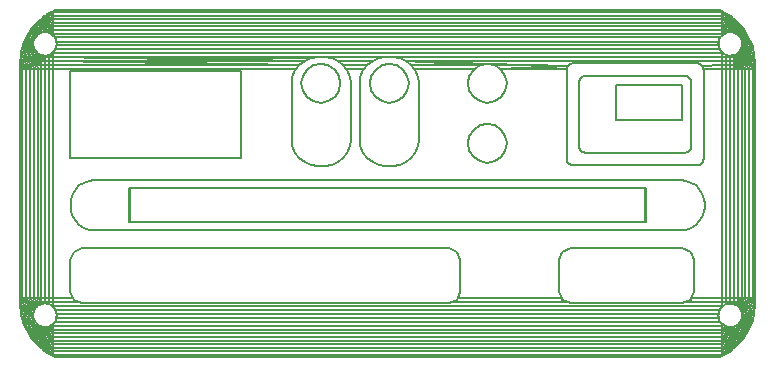
<source format=gbr>
G04 #@! TF.GenerationSoftware,KiCad,Pcbnew,(5.1.10-1-10_14)*
G04 #@! TF.CreationDate,2021-06-08T22:44:31-04:00*
G04 #@! TF.ProjectId,tr109-sensorboard,74723130-392d-4736-956e-736f72626f61,3*
G04 #@! TF.SameCoordinates,Original*
G04 #@! TF.FileFunction,OtherDrawing,Comment*
%FSLAX46Y46*%
G04 Gerber Fmt 4.6, Leading zero omitted, Abs format (unit mm)*
G04 Created by KiCad (PCBNEW (5.1.10-1-10_14)) date 2021-06-08 22:44:31*
%MOMM*%
%LPD*%
G01*
G04 APERTURE LIST*
%ADD10C,0.200000*%
G04 APERTURE END LIST*
D10*
X159755760Y-108819672D02*
X159772450Y-108779379D01*
X158241980Y-101564594D02*
X158285550Y-101566501D01*
X159785560Y-108737774D02*
X159795040Y-108695157D01*
X159785560Y-100874551D02*
X159772450Y-100832947D01*
X159795040Y-100917168D02*
X159785560Y-100874551D01*
X149317140Y-101893611D02*
X149333830Y-101853259D01*
X158285550Y-101566501D02*
X158328820Y-101572164D01*
X149657600Y-101581642D02*
X149700160Y-101572164D01*
X158453280Y-101611443D02*
X158491960Y-101631589D01*
X149294610Y-107634552D02*
X149288880Y-107591279D01*
X163225760Y-97595524D02*
X163081400Y-97600414D01*
X163244480Y-97614244D02*
X163225760Y-97595524D01*
X102874641Y-123754564D02*
X103019001Y-123749674D01*
X102855921Y-123735844D02*
X102874641Y-123754564D01*
X149286980Y-107547708D02*
X149286980Y-105753847D01*
X102053701Y-121761264D02*
X102108301Y-122105954D01*
X164046700Y-99588824D02*
X163992100Y-99244134D01*
X164155180Y-121076164D02*
X164099680Y-121426704D01*
X161688741Y-96279034D02*
X161470220Y-96167692D01*
X102000721Y-99923384D02*
X101945221Y-100273974D01*
X148226370Y-101003952D02*
X148226370Y-108608373D01*
X141498800Y-100550244D02*
X140867349Y-100675829D01*
X142130252Y-100675829D02*
X141498800Y-100550244D01*
X103649021Y-122750641D02*
X103728347Y-122774707D01*
X104068762Y-96453734D02*
X104167819Y-96403257D01*
X103731383Y-99798869D02*
X103653082Y-99775114D01*
X103205304Y-99408047D02*
X103111882Y-99234573D01*
X103084212Y-98559766D02*
X103111882Y-98468554D01*
X103724744Y-97905622D02*
X103840672Y-97870454D01*
X104590938Y-98019451D02*
X104444940Y-97941528D01*
X105016806Y-98657025D02*
X104958972Y-98466345D01*
X162370119Y-122775295D02*
X162259731Y-122808783D01*
X161233171Y-122383924D02*
X161140761Y-122210673D01*
X162259718Y-99832039D02*
X162064641Y-99851244D01*
X162369013Y-99798871D02*
X162259718Y-99832039D01*
X162893253Y-99410196D02*
X162987187Y-99238323D01*
X161868971Y-97870512D02*
X161685044Y-97926429D01*
X161083597Y-98657025D02*
X161141432Y-98466345D01*
X161509648Y-99683138D02*
X161681961Y-99775114D01*
X163720660Y-122801304D02*
X163554000Y-123128474D01*
X163391220Y-123447894D02*
X163244480Y-123735844D01*
X164044190Y-121776944D02*
X164059750Y-121678894D01*
X163954730Y-122341994D02*
X163989240Y-122123904D01*
X162035871Y-96455884D02*
X161959567Y-96417015D01*
X161345181Y-96103974D02*
X161105331Y-95981784D01*
X104755222Y-125246114D02*
X104995072Y-125368354D01*
X104055469Y-124889584D02*
X103962072Y-124841994D01*
X102709181Y-97902194D02*
X102855921Y-97614244D01*
X102546401Y-98221614D02*
X102379723Y-98548775D01*
X102145671Y-99008094D02*
X102111161Y-99226184D01*
X102056211Y-99573144D02*
X102040651Y-99671254D01*
X102108301Y-122105954D02*
X102145671Y-122341994D01*
X163992100Y-99244134D02*
X163954730Y-99008094D01*
X164068570Y-99727224D02*
X164046700Y-99588824D01*
X163414639Y-97948170D02*
X163561870Y-98237114D01*
X163561870Y-98237114D02*
X163729780Y-98566664D01*
X163901080Y-98902834D02*
X163954730Y-99008094D01*
X133830258Y-100667604D02*
X133198833Y-100541964D01*
X132567405Y-100667604D02*
X132032154Y-101025231D01*
X148316790Y-100717195D02*
X141498800Y-100550244D01*
X133500248Y-99997774D02*
X161345180Y-99957414D01*
X148316790Y-100717195D02*
X142130252Y-100675829D01*
X127744434Y-99997774D02*
X132876514Y-99997774D01*
X103111882Y-121445313D02*
X103103020Y-121474527D01*
X162447321Y-99775114D02*
X162369013Y-99798871D01*
X103087554Y-121525507D02*
X103103020Y-121474527D01*
X104444940Y-97941528D02*
X104418442Y-97927364D01*
X104070861Y-97854701D02*
X104035762Y-97851244D01*
X104165644Y-97864034D02*
X104070861Y-97854701D01*
X103840672Y-99832024D02*
X103731383Y-99798869D01*
X162027513Y-122824338D02*
X162064641Y-122827993D01*
X161958615Y-122817553D02*
X162027513Y-122824338D01*
X162387042Y-97909075D02*
X162447331Y-97927364D01*
X162344885Y-97896287D02*
X162387042Y-97909075D01*
X161914290Y-99836432D02*
X162029986Y-99847830D01*
X161869551Y-99832024D02*
X161914290Y-99836432D01*
X104064685Y-122825146D02*
X104141377Y-122817594D01*
X104035762Y-122827993D02*
X104064685Y-122825146D01*
X104077209Y-99847161D02*
X104185876Y-99836456D01*
X104035762Y-99851244D02*
X104077209Y-99847161D01*
X163064641Y-121827993D02*
X163058676Y-121767411D01*
X161649661Y-122734609D02*
X161681961Y-122745192D01*
X162036567Y-97854009D02*
X161936210Y-97863891D01*
X162064641Y-97851244D02*
X162036567Y-97854009D01*
X161655679Y-97941413D02*
X161587006Y-97978118D01*
X161685044Y-97926429D02*
X161655679Y-97941413D01*
X159712190Y-100717195D02*
X161345180Y-100628564D01*
X148316790Y-100717195D02*
X142563101Y-100965090D01*
X162028360Y-123083354D02*
X162259731Y-122808783D01*
X161515846Y-122664981D02*
X161345180Y-122714404D01*
X163080980Y-98908314D02*
X163053897Y-98960364D01*
X104755221Y-122714404D02*
X104582385Y-122666806D01*
X103023951Y-122100294D02*
X103055408Y-122027503D01*
X154855181Y-113936610D02*
X154941370Y-113969094D01*
X154941370Y-111054199D02*
X154855181Y-111086663D01*
X105025753Y-121726394D02*
X105016542Y-121632903D01*
X105035762Y-121827993D02*
X105025753Y-121726394D01*
X104662067Y-121054492D02*
X104591332Y-120996523D01*
X103603513Y-120930604D02*
X103480192Y-120996523D01*
X103653072Y-120904113D02*
X103603513Y-120930604D01*
X103225932Y-121246054D02*
X103204292Y-121272423D01*
X103328652Y-121120883D02*
X103225932Y-121246054D01*
X103046710Y-121939178D02*
X103055408Y-122027503D01*
X103114987Y-122210674D02*
X103166113Y-122312276D01*
X103365433Y-122565287D02*
X103480192Y-122659463D01*
X103328652Y-122535103D02*
X103365433Y-122565287D01*
X103555940Y-122699951D02*
X103480192Y-122659463D01*
X105035762Y-98851244D02*
X105026620Y-98758324D01*
X104663397Y-98078869D02*
X104590938Y-98019451D01*
X103562497Y-97975772D02*
X103480192Y-98019774D01*
X103255615Y-98233134D02*
X103201908Y-98298580D01*
X103328652Y-98144134D02*
X103255615Y-98233134D01*
X103375738Y-99596988D02*
X103480192Y-99682714D01*
X103585018Y-99738738D02*
X103480192Y-99682714D01*
X103653082Y-99775114D02*
X103585018Y-99738738D01*
X162982471Y-122210674D02*
X162934291Y-122312275D01*
X162706421Y-121067271D02*
X162620211Y-120996523D01*
X162771751Y-121120883D02*
X162706421Y-121067271D01*
X162496771Y-120930541D02*
X162620211Y-120996523D01*
X162447331Y-120904113D02*
X162496771Y-120930541D01*
X161290283Y-121202718D02*
X161233171Y-121272423D01*
X161436142Y-122599690D02*
X161515846Y-122664981D01*
X162737132Y-98115724D02*
X162619097Y-98018860D01*
X162771751Y-98144134D02*
X162737132Y-98115724D01*
X162447331Y-97927364D02*
X162544996Y-97979556D01*
X161298935Y-98215391D02*
X161233171Y-98295664D01*
X161075590Y-98962374D02*
X161083861Y-99046334D01*
X161064641Y-98851244D02*
X161075590Y-98962374D01*
X161436159Y-99622962D02*
X161509648Y-99683138D01*
X104306680Y-122785917D02*
X104412861Y-122751874D01*
X104582385Y-122666806D02*
X104657036Y-122605544D01*
X104867232Y-121272423D02*
X104810121Y-121202718D01*
X104076622Y-120832017D02*
X104035762Y-120827993D01*
X104230852Y-120847203D02*
X104076622Y-120832017D01*
X103735643Y-120879065D02*
X103653072Y-120904113D01*
X103840672Y-120847203D02*
X103735643Y-120879065D01*
X103390521Y-121063834D02*
X103328652Y-121120883D01*
X103480192Y-120996523D02*
X103390521Y-121063834D01*
X103131057Y-121409440D02*
X103111882Y-121445313D01*
X103204292Y-121272423D02*
X103131057Y-121409440D01*
X103248859Y-122437871D02*
X103328652Y-122535103D01*
X103200777Y-122379228D02*
X103248859Y-122437871D01*
X103840672Y-122808783D02*
X103728347Y-122774707D01*
X104591332Y-99682704D02*
X104655428Y-99630105D01*
X105024814Y-98962374D02*
X105035762Y-98851244D01*
X105016542Y-99046334D02*
X105024814Y-98962374D01*
X104867232Y-98295664D02*
X104801468Y-98215391D01*
X104230852Y-97870454D02*
X104165644Y-97864034D01*
X103378672Y-98103086D02*
X103328652Y-98144134D01*
X103480192Y-98019774D02*
X103378672Y-98103086D01*
X103164664Y-98369736D02*
X103111882Y-98468554D01*
X103045033Y-98756134D02*
X103036212Y-98855809D01*
X162620211Y-122659463D02*
X162537423Y-122703849D01*
X162874471Y-121246053D02*
X162771751Y-121120883D01*
X162896111Y-121272423D02*
X162874471Y-121246053D01*
X162359921Y-120877597D02*
X162447331Y-120904113D01*
X162259731Y-120847203D02*
X162359921Y-120877597D01*
X161509071Y-120996523D02*
X161445836Y-121048417D01*
X161168898Y-121392674D02*
X161140761Y-121445313D01*
X161233171Y-121272423D02*
X161168898Y-121392674D01*
X161074651Y-121726394D02*
X161064641Y-121827993D01*
X161083861Y-121632903D02*
X161074651Y-121726394D01*
X161860996Y-122807941D02*
X161958615Y-122817553D01*
X162515371Y-99738746D02*
X162447321Y-99775114D01*
X162620211Y-99682714D02*
X162515371Y-99738746D01*
X163004967Y-99179716D02*
X162987187Y-99238323D01*
X163045431Y-99046334D02*
X163004967Y-99179716D01*
X162854675Y-98245182D02*
X162771751Y-98144134D01*
X162898200Y-98298220D02*
X162854675Y-98245182D01*
X161509843Y-98019141D02*
X161441306Y-98075386D01*
X161233171Y-98295664D02*
X161180695Y-98393842D01*
X161073784Y-98758324D02*
X161064641Y-98851244D01*
X162029986Y-99847830D02*
X162064641Y-99851244D01*
X104931506Y-121392674D02*
X104867232Y-121272423D01*
X104959642Y-121445313D02*
X104931506Y-121392674D01*
X105005887Y-122058214D02*
X105016542Y-122023083D01*
X104959642Y-122210673D02*
X105005887Y-122058214D01*
X104141377Y-122817594D02*
X104241412Y-122807712D01*
X104919708Y-98393842D02*
X104867232Y-98295664D01*
X104928668Y-99291874D02*
X104959642Y-99233924D01*
X104867232Y-99406814D02*
X104928668Y-99291874D01*
X104185876Y-99836456D02*
X104230852Y-99832024D01*
X162719236Y-122578200D02*
X162771751Y-122535103D01*
X162620211Y-122659463D02*
X162719236Y-122578200D01*
X162839396Y-122452675D02*
X162899638Y-122379215D01*
X162771751Y-122535103D02*
X162839396Y-122452675D01*
X163057483Y-121900686D02*
X163064641Y-121827993D01*
X162997473Y-121474820D02*
X162985133Y-121437215D01*
X163047274Y-121638977D02*
X162997473Y-121474820D01*
X162934210Y-121343701D02*
X162896111Y-121272423D01*
X162020510Y-120832339D02*
X161869551Y-120847203D01*
X162064641Y-120827993D02*
X162020510Y-120832339D01*
X161094517Y-122058214D02*
X161140761Y-122210673D01*
X161083861Y-122023083D02*
X161094517Y-122058214D01*
X162620211Y-99682714D02*
X162725560Y-99597644D01*
X163045431Y-99046334D02*
X163053897Y-98960364D01*
X163020115Y-98572702D02*
X162991714Y-98479078D01*
X162991714Y-98479078D02*
X162935708Y-98369685D01*
X161936210Y-97863891D02*
X161868971Y-97870512D01*
X161171736Y-99291874D02*
X161233171Y-99406814D01*
X161140761Y-99233924D02*
X161171736Y-99291874D01*
X140867349Y-100675829D02*
X134600218Y-100292514D01*
X125317288Y-100965090D02*
X125565110Y-100642154D01*
X125215469Y-101097770D02*
X125317288Y-100965090D01*
X135303658Y-100965090D02*
X135405477Y-101097770D01*
X135055836Y-100642154D02*
X135303658Y-100965090D01*
X129547896Y-100965090D02*
X129649697Y-101097770D01*
X129300116Y-100642154D02*
X129547896Y-100965090D01*
X164052060Y-121426644D02*
X164087850Y-121501357D01*
X163054492Y-121724045D02*
X163387770Y-121424264D01*
X163058676Y-121767411D02*
X163054492Y-121724045D01*
X161406675Y-125214797D02*
X161345181Y-125173334D01*
X161406675Y-125214797D02*
X161474761Y-125180124D01*
X161345181Y-125246114D02*
X161406675Y-125214797D01*
X161649661Y-122734609D02*
X161579519Y-122697245D01*
X161959567Y-96417015D02*
X161688741Y-96279034D01*
X161959567Y-96417015D02*
X161688741Y-96442954D01*
X162261294Y-97870608D02*
X162036650Y-97632004D01*
X161345180Y-97992554D02*
X161509843Y-98019141D01*
X163083540Y-98571554D02*
X163045156Y-98653360D01*
X163045431Y-99046334D02*
X163076450Y-99249794D01*
X162771751Y-99558344D02*
X163069660Y-99594244D01*
X162725560Y-99597644D02*
X162771751Y-99558344D01*
X164082022Y-99811929D02*
X164060640Y-99935544D01*
X164043480Y-100281904D02*
X164192960Y-100512451D01*
X102056921Y-121068184D02*
X101906085Y-120829058D01*
X103039981Y-99233814D02*
X103086426Y-99150012D01*
X103328652Y-99558344D02*
X103375738Y-99596988D01*
X103044691Y-99579584D02*
X103328652Y-99558344D01*
X104070311Y-97629024D02*
X103840672Y-97870454D01*
X104167819Y-96403257D02*
X104413092Y-96444204D01*
X104412972Y-96278324D02*
X104167819Y-96403257D01*
X104665090Y-96149875D02*
X104755222Y-96176814D01*
X104665090Y-96149875D02*
X104625642Y-96169964D01*
X104755222Y-96103974D02*
X104665090Y-96149875D01*
X104590938Y-98019451D02*
X104755221Y-97992554D01*
X111159031Y-113969094D02*
X111245222Y-113936610D01*
X111245222Y-111086663D02*
X111159031Y-111054199D01*
X101906085Y-120829058D02*
X101901001Y-120796924D01*
X164192960Y-100512451D02*
X164199400Y-100553164D01*
X104457739Y-122730869D02*
X104515856Y-122699806D01*
X104412861Y-122751874D02*
X104457739Y-122730869D01*
X103095436Y-99179714D02*
X103086426Y-99150012D01*
X103111882Y-99234573D02*
X103095436Y-99179714D01*
X103653080Y-97927162D02*
X103724744Y-97905622D01*
X163060914Y-98889098D02*
X163064641Y-98857850D01*
X163053897Y-98960364D02*
X163060914Y-98889098D01*
X164087850Y-121501357D02*
X164099680Y-121426704D01*
X164059750Y-121678894D02*
X164087850Y-121501357D01*
X101943971Y-121068544D02*
X101906085Y-120829058D01*
X102031771Y-121546601D02*
X102010988Y-121491479D01*
X164082022Y-99811929D02*
X164068570Y-99727224D01*
X164192960Y-100512451D02*
X164156430Y-100281544D01*
X163042968Y-122036978D02*
X163060420Y-122116334D01*
X104740670Y-122537787D02*
X104867232Y-122383563D01*
X104418442Y-120904113D02*
X104230852Y-120847203D01*
X104035762Y-120827993D02*
X103840672Y-120847203D01*
X104418300Y-99775158D02*
X104591332Y-99682704D01*
X104740616Y-99561094D02*
X104867232Y-99406814D01*
X104418442Y-97927364D02*
X104230852Y-97870454D01*
X104035762Y-97851244D02*
X103840672Y-97870454D01*
X161140761Y-121445313D02*
X161083861Y-121632903D01*
X161064641Y-121827993D02*
X161083861Y-122023083D01*
X162064641Y-122827993D02*
X162259731Y-122808783D01*
X104867232Y-98295664D02*
X161233171Y-98295664D01*
X105016806Y-98657025D02*
X161083597Y-98657025D01*
X161233171Y-122383924D02*
X104867232Y-122383563D01*
X163057483Y-121900686D02*
X163042968Y-122036978D01*
X162982471Y-122210674D02*
X163060420Y-122116334D01*
X162447252Y-122753792D02*
X162370119Y-122775295D01*
X161356421Y-122535104D02*
X161345180Y-122714404D01*
X162447331Y-97927364D02*
X162737060Y-97923294D01*
X163064641Y-98857850D02*
X163080980Y-98908314D01*
X162987187Y-99238323D02*
X163076450Y-99249794D01*
X161356394Y-99558345D02*
X161345180Y-99623694D01*
X161681961Y-99775114D02*
X161685340Y-99952174D01*
X103649021Y-122750641D02*
X103364111Y-122771864D01*
X103035762Y-121830688D02*
X103043949Y-121743865D01*
X104746113Y-121123543D02*
X104755221Y-121057574D01*
X104418442Y-120904113D02*
X104417091Y-120721764D01*
X103052917Y-98651525D02*
X103034801Y-98556294D01*
X103055648Y-99053198D02*
X103036761Y-98892104D01*
X103205304Y-99408047D02*
X103044691Y-99579584D01*
X103840672Y-99832024D02*
X103734911Y-99935844D01*
X104418442Y-97927364D02*
X104414761Y-97650774D01*
X104749116Y-98149259D02*
X104755221Y-97992554D01*
X105016542Y-122023083D02*
X105035762Y-121827993D01*
X104591332Y-120996523D02*
X104418442Y-120904113D01*
X104230852Y-99832024D02*
X104418300Y-99775158D01*
X103205304Y-99408047D02*
X103328652Y-99558344D01*
X161233171Y-122383924D02*
X161356421Y-122535104D01*
X161233171Y-99406814D02*
X161356394Y-99558345D01*
X103840672Y-122808783D02*
X104035762Y-122827993D01*
X105016542Y-121632903D02*
X104959642Y-121445313D01*
X104867232Y-122383563D02*
X104959642Y-122210673D01*
X103840672Y-99832024D02*
X104035762Y-99851244D01*
X104959642Y-99233924D02*
X105016542Y-99046334D01*
X162259731Y-120847203D02*
X162064641Y-120827993D01*
X161869551Y-120847203D02*
X161681937Y-120904113D01*
X161681937Y-120904113D02*
X161509071Y-120996523D01*
X162771751Y-99558344D02*
X162893253Y-99410196D01*
X163064641Y-98857850D02*
X163045156Y-98653360D01*
X162261294Y-97870608D02*
X162064641Y-97851244D01*
X161083861Y-99046334D02*
X161140761Y-99233924D01*
X161681961Y-99775114D02*
X161869551Y-99832024D01*
X161345180Y-100965090D02*
X159800700Y-100960381D01*
X142563101Y-100965090D02*
X142130252Y-100675829D01*
X138919528Y-120538897D02*
X138478573Y-120721524D01*
X147855390Y-120538897D02*
X147791620Y-120384998D01*
X106499611Y-120538897D02*
X106940571Y-120721524D01*
X140434500Y-100965090D02*
X140332099Y-101033516D01*
X141498800Y-100550244D02*
X134600218Y-100292514D01*
X135303658Y-100965090D02*
X140434500Y-100965090D01*
X106435901Y-120384998D02*
X106206721Y-119831747D01*
X139212427Y-119831747D02*
X138983246Y-120384998D01*
X138983246Y-120384998D02*
X147791620Y-120384998D01*
X159002471Y-119831747D02*
X158773290Y-120384998D01*
X161681700Y-100965090D02*
X161681700Y-120384998D01*
X161345181Y-96176754D02*
X104755222Y-96176814D01*
X127120731Y-99997774D02*
X104755221Y-99957414D01*
X134600218Y-100292514D02*
X161345180Y-100292514D01*
X126551328Y-100072754D02*
X104755221Y-99957414D01*
X126020728Y-100292514D02*
X104755221Y-99957414D01*
X126020728Y-100292514D02*
X104755221Y-100292514D01*
X104755222Y-125173334D02*
X161345181Y-125173334D01*
X148296350Y-120721524D02*
X138478573Y-120721524D01*
X148562480Y-120831794D02*
X148296350Y-120721524D01*
X106940571Y-120721524D02*
X104755221Y-120721524D01*
X158268620Y-120721524D02*
X161345180Y-120721524D01*
X158709580Y-120538897D02*
X158268620Y-120721524D01*
X161345180Y-120384998D02*
X158773290Y-120384998D01*
X164019580Y-120727664D02*
X164199400Y-120727844D01*
X163738720Y-122123364D02*
X163954730Y-122341994D01*
X163738720Y-122123364D02*
X163989240Y-122123904D01*
X163722330Y-121425814D02*
X164059750Y-121678894D01*
X164052060Y-121426644D02*
X164037640Y-121075994D01*
X163722330Y-121425814D02*
X164052060Y-121426644D01*
X164037640Y-121075994D02*
X164019580Y-120727664D01*
X163720660Y-122801304D02*
X163743550Y-122756364D01*
X163742530Y-122465854D02*
X163738720Y-122123364D01*
X163405650Y-122463224D02*
X163742530Y-122465854D01*
X163738720Y-122123364D02*
X163732040Y-121776104D01*
X163732040Y-121776104D02*
X163722330Y-121425814D01*
X163066080Y-123444084D02*
X163244480Y-123735844D01*
X163391220Y-123447894D02*
X163406070Y-123418754D01*
X163066080Y-123444084D02*
X163391220Y-123447894D01*
X163407440Y-123127884D02*
X163407440Y-122799284D01*
X163066320Y-123122814D02*
X163407440Y-123127884D01*
X163407440Y-122799284D02*
X163405650Y-122463224D01*
X163064830Y-123757244D02*
X163066080Y-123444084D01*
X162721920Y-123750154D02*
X163064830Y-123757244D01*
X163066080Y-123444084D02*
X163066320Y-123122814D01*
X162721330Y-124057054D02*
X162721920Y-123750154D01*
X162376400Y-124046684D02*
X162721330Y-124057054D01*
X162031581Y-124896354D02*
X162138331Y-124841994D01*
X162339441Y-124640884D02*
X162376101Y-124604224D01*
X162376400Y-124348104D02*
X162376400Y-124046684D01*
X162031170Y-124334334D02*
X162376400Y-124348104D01*
X161687251Y-124905884D02*
X162031461Y-124630934D01*
X162031461Y-124630934D02*
X162031170Y-124334334D01*
X161686951Y-124613644D02*
X162031461Y-124630934D01*
X161687251Y-124905884D02*
X161686951Y-124613644D01*
X161345181Y-124885024D02*
X161687251Y-124905884D01*
X161345181Y-96176754D02*
X161345181Y-96465064D01*
X161688741Y-96442954D02*
X161345181Y-96465064D01*
X161688681Y-96735784D02*
X161688741Y-96442954D01*
X162385280Y-97002344D02*
X162036171Y-96717964D01*
X162036171Y-96717964D02*
X161688681Y-96735784D01*
X162036470Y-97015874D02*
X162036171Y-96717964D01*
X162385280Y-97002344D02*
X162036470Y-97015874D01*
X162386170Y-97305784D02*
X162385280Y-97002344D01*
X162734500Y-97296424D02*
X162386170Y-97305784D01*
X162736110Y-97606074D02*
X162734500Y-97296424D01*
X163083490Y-97916614D02*
X163244480Y-97614244D01*
X163081400Y-97600414D02*
X162736110Y-97606074D01*
X163083490Y-97916614D02*
X163081400Y-97600414D01*
X163426210Y-98237164D02*
X163083490Y-97916614D01*
X163084260Y-98240564D02*
X163083490Y-97916614D01*
X163426210Y-98237164D02*
X163084260Y-98240564D01*
X163423410Y-98904624D02*
X163761190Y-98628354D01*
X163423410Y-98904624D02*
X163426030Y-98567734D01*
X163753980Y-99244604D02*
X163954730Y-99008094D01*
X163759400Y-98902834D02*
X163423410Y-98904624D01*
X163753980Y-99244604D02*
X163759400Y-98902834D01*
X163732400Y-99936794D02*
X164068570Y-99727224D01*
X163732400Y-99936794D02*
X163744980Y-99589894D01*
X164060640Y-99935544D02*
X163732400Y-99936794D01*
X164022500Y-100625824D02*
X164043480Y-100281904D01*
X164199400Y-100625464D02*
X164022500Y-100625824D01*
X104755222Y-125173334D02*
X104755222Y-124885024D01*
X104055469Y-124889584D02*
X104115912Y-124920374D01*
X104411662Y-124907134D02*
X104755222Y-124885024D01*
X104411722Y-124614304D02*
X104411662Y-124907134D01*
X103715121Y-124347744D02*
X104064172Y-124632124D01*
X104064172Y-124632124D02*
X104411722Y-124614304D01*
X104063931Y-124334214D02*
X104064172Y-124632124D01*
X103715121Y-124347744D02*
X104063931Y-124334214D01*
X103714171Y-124044304D02*
X103715121Y-124347744D01*
X103365901Y-124053664D02*
X103714171Y-124044304D01*
X103364291Y-123744014D02*
X103365901Y-124053664D01*
X103016911Y-123433474D02*
X102855921Y-123735844D01*
X103019001Y-123749674D02*
X103364291Y-123744014D01*
X103016911Y-123433474D02*
X103019001Y-123749674D01*
X102674191Y-123112924D02*
X103016911Y-123433474D01*
X103016141Y-123109524D02*
X103016911Y-123433474D01*
X102674191Y-123112924D02*
X103016141Y-123109524D01*
X102676991Y-122445464D02*
X102339151Y-122721674D01*
X102676991Y-122445464D02*
X102674371Y-122782354D01*
X102346421Y-122105484D02*
X102145671Y-122341994D01*
X102340941Y-122447254D02*
X102676991Y-122445464D01*
X102346421Y-122105484D02*
X102340941Y-122447254D01*
X102367941Y-121413294D02*
X102031785Y-121622801D01*
X102367941Y-121413294D02*
X102355421Y-121760194D01*
X102039701Y-121414484D02*
X102367941Y-121413294D01*
X101901001Y-120724624D02*
X101901001Y-120796924D01*
X102077901Y-120724264D02*
X102056921Y-121068184D01*
X101901001Y-120724624D02*
X102077901Y-120724264D01*
X101901001Y-120384998D02*
X101901001Y-120724624D01*
X101901001Y-100553164D02*
X101901001Y-100622244D01*
X101901001Y-100622244D02*
X101901001Y-100965090D01*
X102080821Y-100622424D02*
X101901001Y-100622244D01*
X102361681Y-99226724D02*
X102145671Y-99008094D01*
X102361681Y-99226724D02*
X102111161Y-99226184D01*
X102378071Y-99924274D02*
X102040651Y-99671254D01*
X102048341Y-99923444D02*
X102062761Y-100274094D01*
X102378071Y-99924274D02*
X102048341Y-99923444D01*
X102062761Y-100274094D02*
X102080821Y-100622424D01*
X102379723Y-98548775D02*
X102356851Y-98593724D01*
X102357871Y-98884234D02*
X102361681Y-99226724D01*
X102694751Y-98886864D02*
X102357871Y-98884234D01*
X102361681Y-99226724D02*
X102368361Y-99573984D01*
X102368361Y-99573984D02*
X102378071Y-99924274D01*
X103034321Y-97906004D02*
X102855921Y-97614244D01*
X102709181Y-97902194D02*
X102694331Y-97931334D01*
X103034321Y-97906004D02*
X102709181Y-97902194D01*
X102692961Y-98222204D02*
X102692961Y-98550804D01*
X103034021Y-98227274D02*
X102692961Y-98222204D01*
X102692961Y-98550804D02*
X102694751Y-98886864D01*
X103035571Y-97592844D02*
X103034321Y-97906004D01*
X103378481Y-97599934D02*
X103035571Y-97592844D01*
X103034321Y-97906004D02*
X103034021Y-98227274D01*
X103379071Y-97293034D02*
X103378481Y-97599934D01*
X103723941Y-97303404D02*
X103379071Y-97293034D01*
X104068762Y-96453734D02*
X103962072Y-96508094D01*
X103760962Y-96709204D02*
X103724302Y-96745864D01*
X103724001Y-97001984D02*
X103723941Y-97303404D01*
X104069231Y-97015754D02*
X103724001Y-97001984D01*
X104413092Y-96444204D02*
X104068942Y-96719154D01*
X104068942Y-96719154D02*
X104069231Y-97015754D01*
X104413452Y-96736444D02*
X104068942Y-96719154D01*
X104413092Y-96444204D02*
X104413452Y-96736444D01*
X104755222Y-96465064D02*
X104413092Y-96444204D01*
X131073115Y-100965090D02*
X129547896Y-100965090D01*
X104755221Y-100965090D02*
X104755221Y-120384998D01*
X131320892Y-100642154D02*
X131073115Y-100965090D01*
X102002463Y-121437649D02*
X101943971Y-121068544D01*
X102540996Y-123117810D02*
X102370621Y-122783424D01*
X102855921Y-123735844D02*
X102702981Y-123435674D01*
X103962072Y-124841994D02*
X103762092Y-124642014D01*
X164100209Y-99926775D02*
X164156430Y-100281544D01*
X163244480Y-97614244D02*
X163397420Y-97914414D01*
X162138331Y-96508094D02*
X162338311Y-96708074D01*
X164199400Y-100625464D02*
X164199400Y-100965090D01*
X164199400Y-100553164D02*
X164199400Y-100625464D01*
X164199400Y-120727844D02*
X164199400Y-120796924D01*
X149286980Y-102064617D02*
X149286980Y-107547708D01*
X158742000Y-102064617D02*
X158742000Y-107547708D01*
X158241980Y-108047731D02*
X149787000Y-108047731D01*
X142563101Y-100965090D02*
X148228280Y-100960381D01*
X158241980Y-101564594D02*
X149787000Y-101564595D01*
X154855181Y-111086663D02*
X111245222Y-111086663D01*
X111245222Y-113936610D02*
X154855181Y-113936610D01*
X154855181Y-111086663D02*
X154855181Y-113936610D01*
X111245222Y-113936610D02*
X111245222Y-111086663D01*
X107206701Y-120831794D02*
X138212439Y-120831794D01*
X139974411Y-106636889D02*
X139848824Y-107268341D01*
X158017211Y-102318294D02*
X152376290Y-102318294D01*
X140332099Y-108435042D02*
X140867349Y-108792731D01*
X141498800Y-108918318D02*
X142130252Y-108792731D01*
X126232145Y-101025231D02*
X125874458Y-101560541D01*
X140867349Y-105743893D02*
X140332099Y-106101580D01*
X126232145Y-103358694D02*
X126767455Y-103716381D01*
X120656731Y-101162024D02*
X120656731Y-108552046D01*
X138212439Y-116171963D02*
X138919529Y-116464860D01*
X133198833Y-103841968D02*
X133830258Y-103716381D01*
X134723183Y-101560541D02*
X134365555Y-101025231D01*
X140332099Y-106101580D02*
X139974411Y-106636889D01*
X147855391Y-116464860D02*
X148562481Y-116171963D01*
X106499611Y-116464860D02*
X106206721Y-117171950D01*
X139848824Y-102200218D02*
X139974411Y-102831669D01*
X125748871Y-102191992D02*
X125874458Y-102823384D01*
X140867349Y-108792731D02*
X141498800Y-108918318D01*
X134365555Y-101025231D02*
X133830258Y-100667604D01*
X106435901Y-120384998D02*
X106499611Y-120538897D01*
X158017211Y-102318294D02*
X158017210Y-105318315D01*
X125874458Y-101560541D02*
X125748871Y-102191992D01*
X139974411Y-102831669D02*
X140332099Y-103366979D01*
X131674467Y-102823384D02*
X132032154Y-103358694D01*
X143023189Y-107899733D02*
X143148830Y-107268341D01*
X159002471Y-117171949D02*
X159002471Y-119831747D01*
X158709580Y-116464859D02*
X159002471Y-117171949D01*
X129048882Y-102191992D02*
X128923236Y-101560541D01*
X140332099Y-103366979D02*
X140867349Y-103724606D01*
X126767455Y-100667604D02*
X126232145Y-101025231D01*
X125874458Y-102823384D02*
X126232145Y-103358694D01*
X142665561Y-108435042D02*
X143023189Y-107899733D01*
X147562500Y-119831747D02*
X147562501Y-117171950D01*
X107206701Y-116171963D02*
X106499611Y-116464860D01*
X147855390Y-120538897D02*
X148296350Y-120721524D01*
X128565608Y-103358694D02*
X128923236Y-102823384D01*
X128923236Y-101560541D02*
X128565608Y-101025231D01*
X142665502Y-106101580D02*
X142130252Y-105743893D01*
X143148830Y-107268341D02*
X143023189Y-106636889D01*
X148562481Y-116171963D02*
X158002491Y-116171963D01*
X131674467Y-101560541D02*
X131548880Y-102191992D01*
X143023189Y-101568826D02*
X142665502Y-101033516D01*
X148562480Y-120831794D02*
X158002490Y-120831794D01*
X143148830Y-102200218D02*
X143023189Y-101568826D01*
X133830258Y-103716381D02*
X134365555Y-103358694D01*
X139974411Y-101568826D02*
X139848824Y-102200218D01*
X128030298Y-103716381D02*
X128565608Y-103358694D01*
X147562501Y-117171950D02*
X147855391Y-116464860D01*
X142130252Y-105743893D02*
X141498800Y-105618306D01*
X158002491Y-116171963D02*
X158709580Y-116464859D01*
X127398847Y-100541964D02*
X126767455Y-100667604D01*
X142665502Y-101033516D02*
X142563101Y-100965090D01*
X134848829Y-102191992D02*
X134723183Y-101560541D01*
X158002490Y-120831794D02*
X158268620Y-120721524D01*
X140332099Y-101033516D02*
X139974411Y-101568826D01*
X134365555Y-103358694D02*
X134723183Y-102823384D01*
X142665561Y-103366979D02*
X143023189Y-102831669D01*
X139212427Y-117171949D02*
X139212427Y-119831747D01*
X138212439Y-116171963D02*
X107206701Y-116171963D01*
X128923236Y-102823384D02*
X129048882Y-102191992D01*
X106206721Y-101162024D02*
X106206721Y-108552046D01*
X106206721Y-117171950D02*
X106206721Y-119831747D01*
X106206721Y-108552046D02*
X120656731Y-108552046D01*
X140867349Y-103724606D02*
X141498800Y-103850253D01*
X134723183Y-102823384D02*
X134848829Y-102191992D01*
X139848824Y-107268341D02*
X139974411Y-107899733D01*
X147562500Y-119831747D02*
X147791620Y-120384998D01*
X138919529Y-116464860D02*
X139212427Y-117171949D01*
X106435901Y-120384998D02*
X104755221Y-120384998D01*
X138983246Y-120384998D02*
X138919528Y-120538897D01*
X128030298Y-100667604D02*
X127398847Y-100541964D01*
X143023189Y-106636889D02*
X142665502Y-106101580D01*
X143023189Y-102831669D02*
X143148830Y-102200218D01*
X152376290Y-105318315D02*
X158017210Y-105318315D01*
X141498800Y-105618306D02*
X140867349Y-105743893D01*
X142130252Y-103724606D02*
X142665561Y-103366979D01*
X106940571Y-120721524D02*
X107206701Y-120831794D01*
X139974411Y-107899733D02*
X140332099Y-108435042D01*
X132032154Y-101025231D02*
X131674467Y-101560541D01*
X141498800Y-103850253D02*
X142130252Y-103724606D01*
X120656731Y-101162024D02*
X106206721Y-101162024D01*
X128565608Y-101025231D02*
X128030298Y-100667604D01*
X127398847Y-103841968D02*
X128030298Y-103716381D01*
X142130252Y-108792731D02*
X142665561Y-108435042D01*
X133198833Y-100541964D02*
X132567405Y-100667604D01*
X131548880Y-102191992D02*
X131674467Y-102823384D01*
X132032154Y-103358694D02*
X132567404Y-103716381D01*
X152376290Y-102318294D02*
X152376290Y-105318315D01*
X101901001Y-100965090D02*
X101901001Y-120384998D01*
X161345181Y-125246114D02*
X161105391Y-125368304D01*
X104755222Y-96103974D02*
X104995072Y-95981734D01*
X164199400Y-120384998D02*
X164199400Y-100965090D01*
X130751489Y-107522018D02*
X130971311Y-108052619D01*
X134069618Y-100072754D02*
X134600218Y-100292514D01*
X132307112Y-109077641D02*
X132876514Y-109152624D01*
X126551328Y-109077641D02*
X127120731Y-109152624D01*
X128313838Y-100072754D02*
X128844438Y-100292514D01*
X131776569Y-100292514D02*
X128844438Y-100292514D01*
X130971311Y-108052619D02*
X131320892Y-108508296D01*
X125215469Y-108052619D02*
X125565110Y-108508296D01*
X126551328Y-109077641D02*
X126020728Y-108857878D01*
X129944442Y-106952615D02*
X129944442Y-102197774D01*
X129869519Y-101628371D02*
X129649697Y-101097770D01*
X125565110Y-108508296D02*
X126020728Y-108857878D01*
X134600218Y-100292514D02*
X135055836Y-100642154D01*
X128844438Y-100292514D02*
X129300116Y-100642154D01*
X131320892Y-108508296D02*
X131776569Y-108857878D01*
X133500248Y-99997774D02*
X134069618Y-100072754D01*
X135625239Y-101628371D02*
X135405477Y-101097770D01*
X130676566Y-106952615D02*
X130751489Y-107522018D01*
X132307112Y-109077641D02*
X131776569Y-108857878D01*
X127744434Y-99997774D02*
X128313838Y-100072754D01*
X135700222Y-106952615D02*
X135700222Y-102197774D01*
X129944442Y-102197774D02*
X129869519Y-101628371D01*
X135700222Y-102197774D02*
X135625239Y-101628371D01*
X125215469Y-108052619D02*
X124995707Y-107522018D01*
X124920724Y-106952615D02*
X124995707Y-107522018D01*
X140434500Y-100965090D02*
X140867349Y-100675829D01*
X140867349Y-100675829D02*
X135055836Y-100642154D01*
X131320892Y-100642154D02*
X129300116Y-100642154D01*
X104418701Y-100965090D02*
X104418701Y-120384998D01*
X104082651Y-100965090D02*
X104082651Y-120384998D01*
X103747551Y-100965090D02*
X103747551Y-120384998D01*
X103413821Y-100965090D02*
X103413821Y-120384998D01*
X103082001Y-100965090D02*
X103082001Y-120384998D01*
X102752511Y-100965090D02*
X102752511Y-120384998D01*
X102425821Y-100965090D02*
X102425871Y-120384998D01*
X102102401Y-100965090D02*
X102102401Y-120384998D01*
X161345180Y-100965090D02*
X161345180Y-120384998D01*
X162017750Y-120384998D02*
X162017750Y-100965090D01*
X162352850Y-120384998D02*
X162352850Y-100965090D01*
X162686580Y-120384998D02*
X162686520Y-100965090D01*
X163018400Y-120384998D02*
X163018400Y-100965090D01*
X163347830Y-120384998D02*
X163347830Y-100965090D01*
X163674530Y-120384998D02*
X163674530Y-100965090D01*
X163997940Y-120384998D02*
X163997940Y-100965090D01*
X161105331Y-95981784D02*
X104995072Y-95981734D01*
X104755222Y-96465064D02*
X161345181Y-96465064D01*
X104755222Y-96176814D02*
X104755222Y-96465064D01*
X104755222Y-96759634D02*
X161345181Y-96759634D01*
X104755221Y-97060094D02*
X161345180Y-97060094D01*
X104755221Y-97366044D02*
X161345180Y-97366044D01*
X104755221Y-97677004D02*
X161345180Y-97677004D01*
X104755221Y-97992554D02*
X161345180Y-97992554D01*
X105024814Y-98962374D02*
X161075590Y-98962374D01*
X104928668Y-99291874D02*
X161171736Y-99291874D01*
X104755221Y-99623694D02*
X161345180Y-99623694D01*
X104755221Y-100628564D02*
X125565110Y-100642154D01*
X125565110Y-100642154D02*
X104755221Y-100292514D01*
X104755221Y-100965090D02*
X125317288Y-100965090D01*
X104995072Y-125368354D02*
X161105391Y-125368304D01*
X161345181Y-124885024D02*
X104755222Y-124885024D01*
X161345181Y-125173334D02*
X161345181Y-124885024D01*
X161345181Y-124590454D02*
X104755222Y-124590454D01*
X161345180Y-124289994D02*
X104755221Y-124289994D01*
X161345180Y-123984044D02*
X104755221Y-123984044D01*
X161345180Y-123673084D02*
X104755221Y-123673084D01*
X161345180Y-123357534D02*
X104755221Y-123357534D01*
X161345180Y-123037814D02*
X104755221Y-123037814D01*
X161345180Y-122714404D02*
X104755221Y-122714404D01*
X161094517Y-122058214D02*
X105005887Y-122058214D01*
X161074651Y-121726394D02*
X105025753Y-121726394D01*
X161168898Y-121392674D02*
X104931506Y-121392674D01*
X161345180Y-121057574D02*
X104755221Y-121057574D01*
X138478573Y-120721524D02*
X138212439Y-120831794D01*
X158773290Y-120384998D02*
X158709580Y-120538897D01*
X164099680Y-121426704D02*
X164052060Y-121426644D01*
X164037640Y-121075994D02*
X164099680Y-121426704D01*
X164199400Y-120796924D02*
X164037640Y-121075994D01*
X164155180Y-121076164D02*
X164199400Y-120796924D01*
X164037640Y-121075994D02*
X164155180Y-121076164D01*
X163997940Y-120384998D02*
X164019580Y-120727664D01*
X164199400Y-120384998D02*
X163997940Y-120384998D01*
X164019580Y-120727664D02*
X164199400Y-120384998D01*
X163743550Y-122756364D02*
X163891298Y-122466469D01*
X163954730Y-122341994D02*
X163742530Y-122465854D01*
X163891298Y-122466469D02*
X163954730Y-122341994D01*
X163742530Y-122465854D02*
X163891298Y-122466469D01*
X163989240Y-122123904D02*
X164044190Y-121776944D01*
X163732040Y-121776104D02*
X163989240Y-122123904D01*
X164059750Y-121678894D02*
X163732040Y-121776104D01*
X163732040Y-121776104D02*
X164044190Y-121776944D01*
X163709450Y-121075394D02*
X163722330Y-121425814D01*
X164037640Y-121075994D02*
X163709450Y-121075394D01*
X163722330Y-121425814D02*
X164037640Y-121075994D01*
X163693540Y-120727364D02*
X163709450Y-121075394D01*
X164019580Y-120727664D02*
X163693540Y-120727364D01*
X163709450Y-121075394D02*
X164019580Y-120727664D01*
X163674530Y-120384998D02*
X163693540Y-120727364D01*
X163997940Y-120384998D02*
X163674530Y-120384998D01*
X163693540Y-120727364D02*
X163997940Y-120384998D01*
X163554000Y-123128474D02*
X163407440Y-123127884D01*
X163406070Y-123418754D02*
X163554000Y-123128474D01*
X163720660Y-122801304D02*
X163407440Y-122799284D01*
X163407440Y-122799284D02*
X163554000Y-123128474D01*
X163742530Y-122465854D02*
X163407440Y-122799284D01*
X163743550Y-122756364D02*
X163742530Y-122465854D01*
X163401950Y-122120864D02*
X163405650Y-122463224D01*
X163738720Y-122123364D02*
X163401950Y-122120864D01*
X163405650Y-122463224D02*
X163738720Y-122123364D01*
X163395990Y-121773964D02*
X163401950Y-122120864D01*
X163732040Y-121776104D02*
X163395990Y-121773964D01*
X163401950Y-122120864D02*
X163732040Y-121776104D01*
X163387770Y-121424264D02*
X163395990Y-121773964D01*
X163722330Y-121425814D02*
X163387770Y-121424264D01*
X163395990Y-121773964D02*
X163722330Y-121425814D01*
X163377040Y-121074444D02*
X163387770Y-121424264D01*
X163709450Y-121075394D02*
X163377040Y-121074444D01*
X163387770Y-121424264D02*
X163709450Y-121075394D01*
X163363690Y-120726944D02*
X163377040Y-121074444D01*
X163693540Y-120727364D02*
X163363690Y-120726944D01*
X163377040Y-121074444D02*
X163693540Y-120727364D01*
X163347830Y-120384998D02*
X163363690Y-120726944D01*
X163674530Y-120384998D02*
X163347830Y-120384998D01*
X163363690Y-120726944D02*
X163674530Y-120384998D01*
X163063820Y-123916564D02*
X163222070Y-123758254D01*
X163064830Y-123757244D02*
X163063820Y-123916564D01*
X163244480Y-123735844D02*
X163064830Y-123757244D01*
X163222070Y-123758254D02*
X163244480Y-123735844D01*
X163064830Y-123757244D02*
X163222070Y-123758254D01*
X163407440Y-123127884D02*
X163066080Y-123444084D01*
X163406070Y-123418754D02*
X163407440Y-123127884D01*
X163066080Y-123444084D02*
X163406070Y-123418754D01*
X163065600Y-122793794D02*
X163066320Y-123122814D01*
X163407440Y-122799284D02*
X163065600Y-122793794D01*
X163066320Y-123122814D02*
X163407440Y-122799284D01*
X163063640Y-122457984D02*
X163065600Y-122793794D01*
X163405650Y-122463224D02*
X163063640Y-122457984D01*
X163065600Y-122793794D02*
X163405650Y-122463224D01*
X163060420Y-122116334D02*
X163063640Y-122457984D01*
X163401950Y-122120864D02*
X163060420Y-122116334D01*
X163063640Y-122457984D02*
X163401950Y-122120864D01*
X163395990Y-121773964D02*
X163058676Y-121767411D01*
X163060420Y-122116334D02*
X163395990Y-121773964D01*
X163049330Y-121421934D02*
X163047274Y-121638977D01*
X163387770Y-121424264D02*
X163049330Y-121421934D01*
X163040990Y-121073184D02*
X163049330Y-121421934D01*
X163377040Y-121074444D02*
X163040990Y-121073184D01*
X163049330Y-121421934D02*
X163377040Y-121074444D01*
X163030740Y-120726524D02*
X163040990Y-121073184D01*
X163363690Y-120726944D02*
X163030740Y-120726524D01*
X163040990Y-121073184D02*
X163363690Y-120726944D01*
X163018400Y-120384998D02*
X163030740Y-120726524D01*
X163347830Y-120384998D02*
X163018400Y-120384998D01*
X163030740Y-120726524D02*
X163347830Y-120384998D01*
X162920410Y-124059914D02*
X162721330Y-124057054D01*
X162720611Y-124259774D02*
X162920410Y-124059914D01*
X162721330Y-124057054D02*
X162720611Y-124259774D01*
X162920410Y-124059914D02*
X163063820Y-123916564D01*
X162721920Y-123750154D02*
X162920410Y-124059914D01*
X163063820Y-123916564D02*
X162721920Y-123750154D01*
X162721980Y-123435614D02*
X162721920Y-123750154D01*
X163066080Y-123444084D02*
X162721980Y-123435614D01*
X162721920Y-123750154D02*
X163066080Y-123444084D01*
X162721510Y-123113694D02*
X162721980Y-123435614D01*
X163066320Y-123122814D02*
X162721510Y-123113694D01*
X162721980Y-123435614D02*
X163066320Y-123122814D01*
X162720370Y-122784794D02*
X162721510Y-123113694D01*
X163065600Y-122793794D02*
X162720370Y-122784794D01*
X162721510Y-123113694D02*
X163065600Y-122793794D01*
X162719236Y-122578200D02*
X162720370Y-122784794D01*
X163063640Y-122457984D02*
X162839396Y-122452675D01*
X162720370Y-122784794D02*
X163063640Y-122457984D01*
X163060420Y-122116334D02*
X163020735Y-122104500D01*
X163049330Y-121421934D02*
X162985133Y-121437215D01*
X162997473Y-121474820D02*
X163049330Y-121421934D01*
X163040990Y-121073184D02*
X162706421Y-121067271D01*
X162874471Y-121246053D02*
X163040990Y-121073184D01*
X162695340Y-120725934D02*
X162706421Y-121067271D01*
X163030740Y-120726524D02*
X162695340Y-120725934D01*
X162706421Y-121067271D02*
X163030740Y-120726524D01*
X162686580Y-120384998D02*
X162695340Y-120725934D01*
X163018400Y-120384998D02*
X162686580Y-120384998D01*
X162695340Y-120725934D02*
X163018400Y-120384998D01*
X162626441Y-124353884D02*
X162376400Y-124348104D01*
X162376101Y-124604224D02*
X162626441Y-124353884D01*
X162626441Y-124353884D02*
X162720611Y-124259774D01*
X162376400Y-124046684D02*
X162626441Y-124353884D01*
X162720611Y-124259774D02*
X162376400Y-124046684D01*
X162376160Y-123738054D02*
X162376400Y-124046684D01*
X162721920Y-123750154D02*
X162376160Y-123738054D01*
X162376400Y-124046684D02*
X162721920Y-123750154D01*
X162375560Y-123422564D02*
X162376160Y-123738054D01*
X162721980Y-123435614D02*
X162375560Y-123422564D01*
X162376160Y-123738054D02*
X162721980Y-123435614D01*
X162374670Y-123100524D02*
X162375560Y-123422564D01*
X162721510Y-123113694D02*
X162374670Y-123100524D01*
X162375560Y-123422564D02*
X162721510Y-123113694D01*
X162370119Y-122775295D02*
X162374670Y-123100524D01*
X162720370Y-122784794D02*
X162447252Y-122753792D01*
X162374670Y-123100524D02*
X162720370Y-122784794D01*
X162358100Y-120725214D02*
X162359921Y-120877597D01*
X162695340Y-120725934D02*
X162358100Y-120725214D01*
X162496771Y-120930541D02*
X162695340Y-120725934D01*
X162352850Y-120384998D02*
X162358100Y-120725214D01*
X162686580Y-120384998D02*
X162352850Y-120384998D01*
X162339441Y-124640884D02*
X162031461Y-124630934D01*
X162138331Y-124841994D02*
X162339441Y-124640884D01*
X162031461Y-124630934D02*
X162138331Y-124841994D01*
X162376400Y-124348104D02*
X162031461Y-124630934D01*
X162376101Y-124604224D02*
X162376400Y-124348104D01*
X162030690Y-124030954D02*
X162031170Y-124334334D01*
X162376400Y-124046684D02*
X162030690Y-124030954D01*
X162031170Y-124334334D02*
X162376400Y-124046684D01*
X162030090Y-123721064D02*
X162030690Y-124030954D01*
X162376160Y-123738054D02*
X162030090Y-123721064D01*
X162030690Y-124030954D02*
X162376160Y-123738054D01*
X162029320Y-123405104D02*
X162030090Y-123721064D01*
X162375560Y-123422564D02*
X162029320Y-123405104D01*
X162030090Y-123721064D02*
X162375560Y-123422564D01*
X162028360Y-123083354D02*
X162029320Y-123405104D01*
X162374670Y-123100524D02*
X162028360Y-123083354D01*
X162029320Y-123405104D02*
X162374670Y-123100524D01*
X162027513Y-122824338D02*
X162028360Y-123083354D01*
X162020020Y-120724324D02*
X162020510Y-120832339D01*
X162358100Y-120725214D02*
X162020020Y-120724324D01*
X162017750Y-120384998D02*
X162020020Y-120724324D01*
X162352850Y-120384998D02*
X162017750Y-120384998D01*
X161977543Y-124923919D02*
X161687251Y-124905884D01*
X161687431Y-125071764D02*
X161977543Y-124923919D01*
X161687251Y-124905884D02*
X161687431Y-125071764D01*
X162031581Y-124896354D02*
X162031461Y-124630934D01*
X161977543Y-124923919D02*
X162031581Y-124896354D01*
X161686590Y-124314904D02*
X161686951Y-124613644D01*
X162031170Y-124334334D02*
X161686590Y-124314904D01*
X161686951Y-124613644D02*
X162031170Y-124334334D01*
X161686170Y-124010024D02*
X161686590Y-124314904D01*
X162030690Y-124030954D02*
X161686170Y-124010024D01*
X161686590Y-124314904D02*
X162030690Y-124030954D01*
X161685640Y-123699314D02*
X161686170Y-124010024D01*
X162030090Y-123721064D02*
X161685640Y-123699314D01*
X161686170Y-124010024D02*
X162030090Y-123721064D01*
X161685040Y-123383344D02*
X161685640Y-123699314D01*
X162029320Y-123405104D02*
X161685040Y-123383344D01*
X161685640Y-123699314D02*
X162029320Y-123405104D01*
X161684450Y-123062314D02*
X161685040Y-123383344D01*
X162028360Y-123083354D02*
X161684450Y-123062314D01*
X161685040Y-123383344D02*
X162028360Y-123083354D01*
X161681961Y-122745192D02*
X161684450Y-123062314D01*
X161684450Y-123062314D02*
X161958615Y-122817553D01*
X161681880Y-120723134D02*
X161681937Y-120904113D01*
X162020020Y-120724324D02*
X161681880Y-120723134D01*
X161681700Y-120384998D02*
X161681880Y-120723134D01*
X162017750Y-120384998D02*
X161681700Y-120384998D01*
X161345181Y-125173334D02*
X161345181Y-125246114D01*
X161474761Y-125180124D02*
X161687431Y-125071764D01*
X161345181Y-124885024D02*
X161474761Y-125180124D01*
X161687431Y-125071764D02*
X161345181Y-124885024D01*
X161345181Y-124590454D02*
X161345181Y-124885024D01*
X161686951Y-124613644D02*
X161345181Y-124590454D01*
X161345181Y-124885024D02*
X161686951Y-124613644D01*
X161345180Y-124289994D02*
X161345181Y-124590454D01*
X161686590Y-124314904D02*
X161345180Y-124289994D01*
X161345181Y-124590454D02*
X161686590Y-124314904D01*
X161345180Y-123984044D02*
X161345180Y-124289994D01*
X161686170Y-124010024D02*
X161345180Y-123984044D01*
X161345180Y-124289994D02*
X161686170Y-124010024D01*
X161345180Y-123673084D02*
X161345180Y-123984044D01*
X161685640Y-123699314D02*
X161345180Y-123673084D01*
X161345180Y-123984044D02*
X161685640Y-123699314D01*
X161345180Y-123357534D02*
X161345180Y-123673084D01*
X161685040Y-123383344D02*
X161345180Y-123357534D01*
X161345180Y-123673084D02*
X161685040Y-123383344D01*
X161345180Y-123037814D02*
X161345180Y-123357534D01*
X161684450Y-123062314D02*
X161345180Y-123037814D01*
X161345180Y-123357534D02*
X161684450Y-123062314D01*
X161345180Y-122714404D02*
X161345180Y-123037814D01*
X161345180Y-123037814D02*
X161681961Y-122745192D01*
X161345180Y-122714404D02*
X161436142Y-122599690D01*
X161345180Y-121057574D02*
X161354290Y-121123543D01*
X161445836Y-121048417D02*
X161345180Y-121057574D01*
X161345180Y-120721524D02*
X161345180Y-121057574D01*
X161681880Y-120723134D02*
X161345180Y-120721524D01*
X161345180Y-120384998D02*
X161345180Y-120721524D01*
X161681700Y-120384998D02*
X161345180Y-120384998D01*
X161345181Y-96103974D02*
X161345181Y-96176754D01*
X161470220Y-96167692D02*
X161345181Y-96103974D01*
X161345181Y-96176754D02*
X161470220Y-96167692D01*
X161688741Y-96279034D02*
X161688741Y-96442954D01*
X161345181Y-96465064D02*
X161688741Y-96279034D01*
X161470220Y-96167692D02*
X161345181Y-96465064D01*
X162035871Y-96455884D02*
X162036171Y-96717964D01*
X162138331Y-96508094D02*
X162035871Y-96455884D01*
X162036171Y-96717964D02*
X162138331Y-96508094D01*
X161688741Y-96442954D02*
X162036171Y-96717964D01*
X161345181Y-96759634D02*
X161688681Y-96735784D01*
X161345181Y-96465064D02*
X161345181Y-96759634D01*
X161688681Y-96735784D02*
X161345181Y-96465064D01*
X162384321Y-96754084D02*
X162385280Y-97002344D01*
X162627391Y-96997154D02*
X162384321Y-96754084D01*
X162385280Y-97002344D02*
X162627391Y-96997154D01*
X162338311Y-96708074D02*
X162036171Y-96717964D01*
X162384321Y-96754084D02*
X162338311Y-96708074D01*
X161688560Y-97035244D02*
X162036470Y-97015874D01*
X161688681Y-96735784D02*
X161688560Y-97035244D01*
X162036470Y-97015874D02*
X161688681Y-96735784D01*
X161345180Y-97060094D02*
X161688560Y-97035244D01*
X161345181Y-96759634D02*
X161345180Y-97060094D01*
X161688560Y-97035244D02*
X161345181Y-96759634D01*
X162733131Y-97102894D02*
X162734500Y-97296424D01*
X162924520Y-97294284D02*
X162733131Y-97102894D01*
X162734500Y-97296424D02*
X162924520Y-97294284D01*
X162733131Y-97102894D02*
X162627391Y-96997154D01*
X162386170Y-97305784D02*
X162733131Y-97102894D01*
X162627391Y-96997154D02*
X162386170Y-97305784D01*
X162036650Y-97320624D02*
X162386170Y-97305784D01*
X162036470Y-97015874D02*
X162036650Y-97320624D01*
X162386170Y-97305784D02*
X162036470Y-97015874D01*
X161688440Y-97340834D02*
X162036650Y-97320624D01*
X161688560Y-97035244D02*
X161688440Y-97340834D01*
X162036650Y-97320624D02*
X161688560Y-97035244D01*
X161345180Y-97366044D02*
X161688440Y-97340834D01*
X161345180Y-97060094D02*
X161345180Y-97366044D01*
X161688440Y-97340834D02*
X161345180Y-97060094D01*
X163079910Y-97449674D02*
X163081400Y-97600414D01*
X163079910Y-97449674D02*
X162924520Y-97294284D01*
X162736110Y-97606074D02*
X163079910Y-97449674D01*
X162924520Y-97294284D02*
X162736110Y-97606074D01*
X162386830Y-97616564D02*
X162736110Y-97606074D01*
X162386170Y-97305784D02*
X162386830Y-97616564D01*
X162736110Y-97606074D02*
X162386170Y-97305784D01*
X162036650Y-97632004D02*
X162386830Y-97616564D01*
X162036650Y-97320624D02*
X162036650Y-97632004D01*
X162386830Y-97616564D02*
X162036650Y-97320624D01*
X161688260Y-97652264D02*
X162036650Y-97632004D01*
X161688440Y-97340834D02*
X161688260Y-97652264D01*
X162036650Y-97632004D02*
X161688440Y-97340834D01*
X161345180Y-97677004D02*
X161688260Y-97652264D01*
X161345180Y-97366044D02*
X161345180Y-97677004D01*
X161688260Y-97652264D02*
X161345180Y-97366044D01*
X163081400Y-97600414D02*
X163244480Y-97614244D01*
X162737060Y-97923294D02*
X163083490Y-97916614D01*
X162736110Y-97606074D02*
X162737060Y-97923294D01*
X163083490Y-97916614D02*
X162736110Y-97606074D01*
X162386830Y-97616564D02*
X162387042Y-97909075D01*
X162737060Y-97923294D02*
X162386830Y-97616564D01*
X162036650Y-97632004D02*
X162036567Y-97854009D01*
X161688260Y-97652264D02*
X161685044Y-97926429D01*
X161936210Y-97863891D02*
X161688260Y-97652264D01*
X161345180Y-97677004D02*
X161345180Y-97992554D01*
X161655679Y-97941413D02*
X161345180Y-97677004D01*
X163414639Y-97948170D02*
X163426210Y-98237164D01*
X163397420Y-97914414D02*
X163083490Y-97916614D01*
X163414639Y-97948170D02*
X163397420Y-97914414D01*
X162854675Y-98245182D02*
X163084260Y-98240564D01*
X162737060Y-97923294D02*
X162737132Y-98115724D01*
X163084260Y-98240564D02*
X162737060Y-97923294D01*
X161345180Y-97992554D02*
X161351287Y-98149259D01*
X161441306Y-98075386D02*
X161345180Y-97992554D01*
X163426210Y-98237164D02*
X163426030Y-98567734D01*
X163561870Y-98237114D02*
X163426210Y-98237164D01*
X163426030Y-98567734D02*
X163561870Y-98237114D01*
X163083540Y-98571554D02*
X163426030Y-98567734D01*
X163084260Y-98240564D02*
X163083540Y-98571554D01*
X163426030Y-98567734D02*
X163084260Y-98240564D01*
X163020115Y-98572702D02*
X163083540Y-98571554D01*
X163083540Y-98571554D02*
X162991714Y-98479078D01*
X163761190Y-98628354D02*
X163759400Y-98902834D01*
X163901080Y-98902834D02*
X163761190Y-98628354D01*
X163426030Y-98567734D02*
X163761190Y-98628354D01*
X163729780Y-98566664D02*
X163426030Y-98567734D01*
X163761190Y-98628354D02*
X163729780Y-98566664D01*
X163080980Y-98908314D02*
X163423410Y-98904624D01*
X163423410Y-98904624D02*
X163083540Y-98571554D01*
X163080980Y-98908314D02*
X163060914Y-98889098D01*
X163759400Y-98902834D02*
X163954730Y-99008094D01*
X163901080Y-98902834D02*
X163759400Y-98902834D01*
X163418170Y-99246574D02*
X163753980Y-99244604D01*
X163423410Y-98904624D02*
X163418170Y-99246574D01*
X163753980Y-99244604D02*
X163423410Y-98904624D01*
X163076450Y-99249794D02*
X163418170Y-99246574D01*
X163418170Y-99246574D02*
X163080980Y-98908314D01*
X163076450Y-99249794D02*
X163004967Y-99179716D01*
X163753980Y-99244604D02*
X163744980Y-99589894D01*
X163992100Y-99244134D02*
X163753980Y-99244604D01*
X163744980Y-99589894D02*
X163992100Y-99244134D01*
X163409940Y-99591744D02*
X163744980Y-99589894D01*
X163418170Y-99246574D02*
X163409940Y-99591744D01*
X163744980Y-99589894D02*
X163418170Y-99246574D01*
X163069660Y-99594244D02*
X163409940Y-99591744D01*
X163076450Y-99249794D02*
X163069660Y-99594244D01*
X163409940Y-99591744D02*
X163076450Y-99249794D01*
X163069660Y-99594244D02*
X162893253Y-99410196D01*
X161345180Y-99623694D02*
X161436159Y-99622962D01*
X163744980Y-99589894D02*
X164068570Y-99727224D01*
X164046700Y-99588824D02*
X163744980Y-99589894D01*
X163398790Y-99938284D02*
X163732400Y-99936794D01*
X163409940Y-99591744D02*
X163398790Y-99938284D01*
X163732400Y-99936794D02*
X163409940Y-99591744D01*
X163060480Y-99940074D02*
X163398790Y-99938284D01*
X163069660Y-99594244D02*
X163060480Y-99940074D01*
X163398790Y-99938284D02*
X163069660Y-99594244D01*
X162718700Y-99942224D02*
X163060480Y-99940074D01*
X162725560Y-99597644D02*
X162718700Y-99942224D01*
X163060480Y-99940074D02*
X162725560Y-99597644D01*
X162374370Y-99944784D02*
X162718700Y-99942224D01*
X162369013Y-99798871D02*
X162374370Y-99944784D01*
X162718700Y-99942224D02*
X162515371Y-99738746D01*
X162029320Y-99948064D02*
X162374370Y-99944784D01*
X162029986Y-99847830D02*
X162029320Y-99948064D01*
X162374370Y-99944784D02*
X162259718Y-99832039D01*
X161685340Y-99952174D02*
X162029320Y-99948064D01*
X162029320Y-99948064D02*
X161914290Y-99836432D01*
X161345180Y-99957414D02*
X161685340Y-99952174D01*
X161345180Y-99623694D02*
X161345180Y-99957414D01*
X164060640Y-99935544D02*
X164043480Y-100281904D01*
X164100209Y-99926775D02*
X164060640Y-99935544D01*
X164043480Y-100281904D02*
X164100209Y-99926775D01*
X163716370Y-100282924D02*
X164043480Y-100281904D01*
X163732400Y-99936794D02*
X163716370Y-100282924D01*
X164043480Y-100281904D02*
X163732400Y-99936794D01*
X163384610Y-100284054D02*
X163716370Y-100282924D01*
X163398790Y-99938284D02*
X163384610Y-100284054D01*
X163716370Y-100282924D02*
X163398790Y-99938284D01*
X163048800Y-100285124D02*
X163384610Y-100284054D01*
X163060480Y-99940074D02*
X163048800Y-100285124D01*
X163384610Y-100284054D02*
X163060480Y-99940074D01*
X162709880Y-100286254D02*
X163048800Y-100285124D01*
X162718700Y-99942224D02*
X162709880Y-100286254D01*
X163048800Y-100285124D02*
X162718700Y-99942224D01*
X162368650Y-100287334D02*
X162709880Y-100286254D01*
X162374370Y-99944784D02*
X162368650Y-100287334D01*
X162709880Y-100286254D02*
X162374370Y-99944784D01*
X162026340Y-100288644D02*
X162368650Y-100287334D01*
X162029320Y-99948064D02*
X162026340Y-100288644D01*
X161684450Y-100290254D02*
X162026340Y-100288644D01*
X161685340Y-99952174D02*
X161684450Y-100290254D01*
X161345180Y-100292514D02*
X161684450Y-100290254D01*
X161345180Y-99957414D02*
X161345180Y-100292514D01*
X164156430Y-100281544D02*
X164043480Y-100281904D01*
X163697000Y-100626424D02*
X164022500Y-100625824D01*
X163716370Y-100282924D02*
X163697000Y-100626424D01*
X164022500Y-100625824D02*
X163716370Y-100282924D01*
X163367560Y-100627014D02*
X163697000Y-100626424D01*
X163384610Y-100284054D02*
X163367560Y-100627014D01*
X163697000Y-100626424D02*
X163384610Y-100284054D01*
X163034730Y-100627494D02*
X163367560Y-100627014D01*
X163048800Y-100285124D02*
X163034730Y-100627494D01*
X163367560Y-100627014D02*
X163048800Y-100285124D01*
X162699100Y-100627914D02*
X163034730Y-100627494D01*
X162709880Y-100286254D02*
X162699100Y-100627914D01*
X163034730Y-100627494D02*
X162709880Y-100286254D01*
X162361430Y-100628154D02*
X162699100Y-100627914D01*
X162368650Y-100287334D02*
X162361430Y-100628154D01*
X162699100Y-100627914D02*
X162368650Y-100287334D01*
X162022520Y-100628324D02*
X162361430Y-100628154D01*
X162026340Y-100288644D02*
X162022520Y-100628324D01*
X161683310Y-100628324D02*
X162022520Y-100628324D01*
X161684450Y-100290254D02*
X161683310Y-100628324D01*
X161345180Y-100628564D02*
X161683310Y-100628324D01*
X161345180Y-100292514D02*
X161345180Y-100628564D01*
X163997940Y-100965090D02*
X164199400Y-100965090D01*
X164022500Y-100625824D02*
X163997940Y-100965090D01*
X164199400Y-100965090D02*
X164022500Y-100625824D01*
X163674530Y-100965090D02*
X163997940Y-100965090D01*
X163697000Y-100626424D02*
X163674530Y-100965090D01*
X163997940Y-100965090D02*
X163697000Y-100626424D01*
X163347830Y-100965090D02*
X163674530Y-100965090D01*
X163367560Y-100627014D02*
X163347830Y-100965090D01*
X163674530Y-100965090D02*
X163367560Y-100627014D01*
X163018400Y-100965090D02*
X163347830Y-100965090D01*
X163034730Y-100627494D02*
X163018400Y-100965090D01*
X163347830Y-100965090D02*
X163034730Y-100627494D01*
X162686520Y-100965090D02*
X163018400Y-100965090D01*
X162699100Y-100627914D02*
X162686520Y-100965090D01*
X163018400Y-100965090D02*
X162699100Y-100627914D01*
X162352850Y-100965090D02*
X162686520Y-100965090D01*
X162361430Y-100628154D02*
X162352850Y-100965090D01*
X162686520Y-100965090D02*
X162361430Y-100628154D01*
X162017750Y-100965090D02*
X162352850Y-100965090D01*
X162022520Y-100628324D02*
X162017750Y-100965090D01*
X161681700Y-100965090D02*
X162017750Y-100965090D01*
X161683310Y-100628324D02*
X161681700Y-100965090D01*
X161345180Y-100965090D02*
X161681700Y-100965090D01*
X161345180Y-100628564D02*
X161345180Y-100965090D01*
X104755222Y-125246114D02*
X104755222Y-125173334D01*
X104626782Y-125180664D02*
X104755222Y-125246114D01*
X104755222Y-125173334D02*
X104626782Y-125180664D01*
X104411662Y-125071054D02*
X104411662Y-124907134D01*
X104115912Y-124920374D02*
X104411662Y-125071054D01*
X104411662Y-125071054D02*
X104626782Y-125180664D01*
X104755222Y-124885024D02*
X104411662Y-125071054D01*
X104626782Y-125180664D02*
X104755222Y-124885024D01*
X104055469Y-124889584D02*
X104064172Y-124632124D01*
X104064172Y-124632124D02*
X103962072Y-124841994D01*
X104411662Y-124907134D02*
X104064172Y-124632124D01*
X104115912Y-124920374D02*
X104411662Y-124907134D01*
X104755222Y-124590454D02*
X104411722Y-124614304D01*
X104755222Y-124885024D02*
X104755222Y-124590454D01*
X104411722Y-124614304D02*
X104755222Y-124885024D01*
X103716082Y-124596004D02*
X103715121Y-124347744D01*
X103473012Y-124352934D02*
X103716082Y-124596004D01*
X103715121Y-124347744D02*
X103473012Y-124352934D01*
X103762092Y-124642014D02*
X104064172Y-124632124D01*
X103716082Y-124596004D02*
X103762092Y-124642014D01*
X104411841Y-124314844D02*
X104063931Y-124334214D01*
X104411722Y-124614304D02*
X104411841Y-124314844D01*
X104063931Y-124334214D02*
X104411722Y-124614304D01*
X104755221Y-124289994D02*
X104411841Y-124314844D01*
X104755222Y-124590454D02*
X104755221Y-124289994D01*
X104411841Y-124314844D02*
X104755222Y-124590454D01*
X103367272Y-124247194D02*
X103365901Y-124053664D01*
X103175881Y-124055804D02*
X103367272Y-124247194D01*
X103365901Y-124053664D02*
X103175881Y-124055804D01*
X103367272Y-124247194D02*
X103473012Y-124352934D01*
X103714171Y-124044304D02*
X103367272Y-124247194D01*
X103473012Y-124352934D02*
X103714171Y-124044304D01*
X104063751Y-124029404D02*
X103714171Y-124044304D01*
X104063931Y-124334214D02*
X104063751Y-124029404D01*
X103714171Y-124044304D02*
X104063931Y-124334214D01*
X104411961Y-124009254D02*
X104063751Y-124029404D01*
X104411841Y-124314844D02*
X104411961Y-124009254D01*
X104063751Y-124029404D02*
X104411841Y-124314844D01*
X104755221Y-123984044D02*
X104411961Y-124009254D01*
X104755221Y-124289994D02*
X104755221Y-123984044D01*
X104411961Y-124009254D02*
X104755221Y-124289994D01*
X103020491Y-123900414D02*
X103019001Y-123749674D01*
X103020491Y-123900414D02*
X103175881Y-124055804D01*
X103364291Y-123744014D02*
X103020491Y-123900414D01*
X103175881Y-124055804D02*
X103364291Y-123744014D01*
X103713571Y-123733524D02*
X103364291Y-123744014D01*
X103714171Y-124044304D02*
X103713571Y-123733524D01*
X103364291Y-123744014D02*
X103714171Y-124044304D01*
X104063751Y-123718084D02*
X103713571Y-123733524D01*
X104063751Y-124029404D02*
X104063751Y-123718084D01*
X103713571Y-123733524D02*
X104063751Y-124029404D01*
X104412141Y-123697824D02*
X104063751Y-123718084D01*
X104411961Y-124009254D02*
X104412141Y-123697824D01*
X104063751Y-123718084D02*
X104411961Y-124009254D01*
X104755221Y-123673084D02*
X104412141Y-123697824D01*
X104755221Y-123984044D02*
X104755221Y-123673084D01*
X104412141Y-123697824D02*
X104755221Y-123984044D01*
X103019001Y-123749674D02*
X102855921Y-123735844D01*
X103363341Y-123426794D02*
X103016911Y-123433474D01*
X103364291Y-123744014D02*
X103363341Y-123426794D01*
X103016911Y-123433474D02*
X103364291Y-123744014D01*
X103713341Y-123415894D02*
X103363341Y-123426794D01*
X103713571Y-123733524D02*
X103713341Y-123415894D01*
X103363341Y-123426794D02*
X103713571Y-123733524D01*
X104063871Y-123400574D02*
X103713341Y-123415894D01*
X104063751Y-123718084D02*
X104063871Y-123400574D01*
X103713341Y-123415894D02*
X104063751Y-123718084D01*
X104412321Y-123381084D02*
X104063871Y-123400574D01*
X104412141Y-123697824D02*
X104412321Y-123381084D01*
X104063871Y-123400574D02*
X104412141Y-123697824D01*
X104755221Y-123357534D02*
X104412321Y-123381084D01*
X104755221Y-123673084D02*
X104755221Y-123357534D01*
X104412321Y-123381084D02*
X104755221Y-123673084D01*
X102675681Y-123382154D02*
X102674191Y-123112924D01*
X102540996Y-123117810D02*
X102675681Y-123382154D01*
X103016911Y-123433474D02*
X102675681Y-123382154D01*
X102702981Y-123435674D02*
X103016911Y-123433474D01*
X102675681Y-123382154D02*
X102702981Y-123435674D01*
X103363221Y-123102544D02*
X103016141Y-123109524D01*
X103363341Y-123426794D02*
X103363221Y-123102544D01*
X103016141Y-123109524D02*
X103363341Y-123426794D01*
X103713571Y-123091874D02*
X103363221Y-123102544D01*
X103713341Y-123415894D02*
X103713571Y-123091874D01*
X103363221Y-123102544D02*
X103713341Y-123415894D01*
X104064231Y-123077514D02*
X103713571Y-123091874D01*
X104063871Y-123400574D02*
X104064231Y-123077514D01*
X103713571Y-123091874D02*
X104063871Y-123400574D01*
X104412561Y-123059394D02*
X104064231Y-123077514D01*
X104412321Y-123381084D02*
X104412561Y-123059394D01*
X104064231Y-123077514D02*
X104412321Y-123381084D01*
X104755221Y-123037814D02*
X104412561Y-123059394D01*
X104755221Y-123357534D02*
X104755221Y-123037814D01*
X104412561Y-123059394D02*
X104755221Y-123357534D01*
X102674191Y-123112924D02*
X102674371Y-122782354D01*
X102540996Y-123117810D02*
X102674191Y-123112924D01*
X102674371Y-122782354D02*
X102540996Y-123117810D01*
X103016861Y-122778534D02*
X102674371Y-122782354D01*
X103016141Y-123109524D02*
X103016861Y-122778534D01*
X102674371Y-122782354D02*
X103016141Y-123109524D01*
X103364111Y-122771864D02*
X103016861Y-122778534D01*
X103363221Y-123102544D02*
X103364111Y-122771864D01*
X103016861Y-122778534D02*
X103363221Y-123102544D01*
X103713571Y-123091874D02*
X103728347Y-122774707D01*
X103364111Y-122771864D02*
X103713571Y-123091874D01*
X104064231Y-123077514D02*
X104064685Y-122825146D01*
X103728347Y-122774707D02*
X104064231Y-123077514D01*
X104412561Y-123059394D02*
X104412861Y-122751874D01*
X104141377Y-122817594D02*
X104412561Y-123059394D01*
X104755221Y-123037814D02*
X104755221Y-122714404D01*
X104412861Y-122751874D02*
X104755221Y-123037814D01*
X102339151Y-122721674D02*
X102340941Y-122447254D01*
X102199321Y-122447254D02*
X102339151Y-122721674D01*
X102674371Y-122782354D02*
X102339151Y-122721674D01*
X102370621Y-122783424D02*
X102674371Y-122782354D01*
X102339151Y-122721674D02*
X102370621Y-122783424D01*
X103019421Y-122441774D02*
X102676991Y-122445464D01*
X103016861Y-122778534D02*
X103019421Y-122441774D01*
X102676991Y-122445464D02*
X103016861Y-122778534D01*
X103248859Y-122437871D02*
X103019421Y-122441774D01*
X103364111Y-122771864D02*
X103365433Y-122565287D01*
X103019421Y-122441774D02*
X103364111Y-122771864D01*
X104755221Y-122714404D02*
X104740670Y-122537787D01*
X104657036Y-122605544D02*
X104755221Y-122714404D01*
X102340941Y-122447254D02*
X102145671Y-122341994D01*
X102199321Y-122447254D02*
X102340941Y-122447254D01*
X102682231Y-122103514D02*
X102346421Y-122105484D01*
X102676991Y-122445464D02*
X102682231Y-122103514D01*
X102346421Y-122105484D02*
X102676991Y-122445464D01*
X103023951Y-122100294D02*
X102682231Y-122103514D01*
X103019421Y-122441774D02*
X103023951Y-122100294D01*
X102682231Y-122103514D02*
X103019421Y-122441774D01*
X103079411Y-122103639D02*
X103023951Y-122100294D01*
X102346421Y-122105484D02*
X102355421Y-121760194D01*
X102108301Y-122105954D02*
X102346421Y-122105484D01*
X102355421Y-121760194D02*
X102108301Y-122105954D01*
X102690461Y-121758344D02*
X102355421Y-121760194D01*
X102682231Y-122103514D02*
X102690461Y-121758344D01*
X102355421Y-121760194D02*
X102682231Y-122103514D01*
X103043949Y-121743865D02*
X102690461Y-121758344D01*
X102690461Y-121758344D02*
X103023951Y-122100294D01*
X102355421Y-121760194D02*
X102031785Y-121622801D01*
X102053701Y-121761264D02*
X102355421Y-121760194D01*
X102031785Y-121622801D02*
X102053701Y-121761264D01*
X102701611Y-121411804D02*
X102367941Y-121413294D01*
X102690461Y-121758344D02*
X102701611Y-121411804D01*
X102367941Y-121413294D02*
X102690461Y-121758344D01*
X103039921Y-121410014D02*
X102701611Y-121411804D01*
X102701611Y-121411804D02*
X103043949Y-121743865D01*
X103131057Y-121409440D02*
X103039921Y-121410014D01*
X103039921Y-121410014D02*
X103103020Y-121474527D01*
X102039701Y-121414484D02*
X102056921Y-121068184D01*
X102002463Y-121437649D02*
X102039701Y-121414484D01*
X102383971Y-121067164D02*
X102056921Y-121068184D01*
X102367941Y-121413294D02*
X102383971Y-121067164D01*
X102056921Y-121068184D02*
X102367941Y-121413294D01*
X102715791Y-121066034D02*
X102383971Y-121067164D01*
X102701611Y-121411804D02*
X102715791Y-121066034D01*
X102383971Y-121067164D02*
X102701611Y-121411804D01*
X103051601Y-121064964D02*
X102715791Y-121066034D01*
X103039921Y-121410014D02*
X103051601Y-121064964D01*
X102715791Y-121066034D02*
X103039921Y-121410014D01*
X103390521Y-121063834D02*
X103051601Y-121064964D01*
X103051601Y-121064964D02*
X103225932Y-121246054D01*
X104755221Y-121057574D02*
X104662067Y-121054492D01*
X101943971Y-121068544D02*
X102056921Y-121068184D01*
X102403401Y-120723664D02*
X102077901Y-120724264D01*
X102383971Y-121067164D02*
X102403401Y-120723664D01*
X102077901Y-120724264D02*
X102383971Y-121067164D01*
X102732841Y-120723074D02*
X102403401Y-120723664D01*
X102715791Y-121066034D02*
X102732841Y-120723074D01*
X102403401Y-120723664D02*
X102715791Y-121066034D01*
X103065671Y-120722594D02*
X102732841Y-120723074D01*
X103051601Y-121064964D02*
X103065671Y-120722594D01*
X102732841Y-120723074D02*
X103051601Y-121064964D01*
X103401251Y-120722174D02*
X103065671Y-120722594D01*
X103390521Y-121063834D02*
X103401251Y-120722174D01*
X103065671Y-120722594D02*
X103390521Y-121063834D01*
X103738971Y-120721934D02*
X103401251Y-120722174D01*
X103735643Y-120879065D02*
X103738971Y-120721934D01*
X103401251Y-120722174D02*
X103603513Y-120930604D01*
X104077881Y-120721764D02*
X103738971Y-120721934D01*
X104076622Y-120832017D02*
X104077881Y-120721764D01*
X104417091Y-120721764D02*
X104077881Y-120721764D01*
X104755221Y-120721524D02*
X104417091Y-120721764D01*
X104755221Y-121057574D02*
X104755221Y-120721524D01*
X102102401Y-120384998D02*
X101901001Y-120384998D01*
X102077901Y-120724264D02*
X102102401Y-120384998D01*
X101901001Y-120384998D02*
X102077901Y-120724264D01*
X102425871Y-120384998D02*
X102102401Y-120384998D01*
X102403401Y-120723664D02*
X102425871Y-120384998D01*
X102102401Y-120384998D02*
X102403401Y-120723664D01*
X102752511Y-120384998D02*
X102425871Y-120384998D01*
X102732841Y-120723074D02*
X102752511Y-120384998D01*
X102425871Y-120384998D02*
X102732841Y-120723074D01*
X103082001Y-120384998D02*
X102752511Y-120384998D01*
X103065671Y-120722594D02*
X103082001Y-120384998D01*
X102752511Y-120384998D02*
X103065671Y-120722594D01*
X103413821Y-120384998D02*
X103082001Y-120384998D01*
X103401251Y-120722174D02*
X103413821Y-120384998D01*
X103082001Y-120384998D02*
X103401251Y-120722174D01*
X103747551Y-120384998D02*
X103413821Y-120384998D01*
X103738971Y-120721934D02*
X103747551Y-120384998D01*
X103413821Y-120384998D02*
X103738971Y-120721934D01*
X104082651Y-120384998D02*
X103747551Y-120384998D01*
X104077881Y-120721764D02*
X104082651Y-120384998D01*
X104418701Y-120384998D02*
X104082651Y-120384998D01*
X104417091Y-120721764D02*
X104418701Y-120384998D01*
X104755221Y-120384998D02*
X104418701Y-120384998D01*
X104755221Y-120721524D02*
X104755221Y-120384998D01*
X102000721Y-99923384D02*
X102048341Y-99923444D01*
X102040651Y-99671254D02*
X102000721Y-99923384D01*
X102048341Y-99923444D02*
X102040651Y-99671254D01*
X102062761Y-100274094D02*
X102000721Y-99923384D01*
X101901001Y-100553164D02*
X102062761Y-100274094D01*
X101945221Y-100273974D02*
X101901001Y-100553164D01*
X102062761Y-100274094D02*
X101945221Y-100273974D01*
X102102401Y-100965090D02*
X102080821Y-100622424D01*
X101901001Y-100965090D02*
X102102401Y-100965090D01*
X102080821Y-100622424D02*
X101901001Y-100965090D01*
X102356851Y-98593724D02*
X102210293Y-98881287D01*
X102145671Y-99008094D02*
X102357871Y-98884234D01*
X102210293Y-98881287D02*
X102145671Y-99008094D01*
X102357871Y-98884234D02*
X102210293Y-98881287D01*
X102111161Y-99226184D02*
X102056211Y-99573144D01*
X102368361Y-99573984D02*
X102111161Y-99226184D01*
X102040651Y-99671254D02*
X102368361Y-99573984D01*
X102368361Y-99573984D02*
X102056211Y-99573144D01*
X102390891Y-100274694D02*
X102378071Y-99924274D01*
X102062761Y-100274094D02*
X102390891Y-100274694D01*
X102378071Y-99924274D02*
X102062761Y-100274094D01*
X102406861Y-100622724D02*
X102390891Y-100274694D01*
X102080821Y-100622424D02*
X102406861Y-100622724D01*
X102390891Y-100274694D02*
X102080821Y-100622424D01*
X102425821Y-100965090D02*
X102406861Y-100622724D01*
X102102401Y-100965090D02*
X102425821Y-100965090D01*
X102406861Y-100622724D02*
X102102401Y-100965090D01*
X102546401Y-98221614D02*
X102692961Y-98222204D01*
X102694331Y-97931334D02*
X102546401Y-98221614D01*
X102379723Y-98548775D02*
X102692961Y-98550804D01*
X102692961Y-98550804D02*
X102546401Y-98221614D01*
X102357871Y-98884234D02*
X102692961Y-98550804D01*
X102356851Y-98593724D02*
X102357871Y-98884234D01*
X102698451Y-99229224D02*
X102694751Y-98886864D01*
X102361681Y-99226724D02*
X102698451Y-99229224D01*
X102694751Y-98886864D02*
X102361681Y-99226724D01*
X102704351Y-99576124D02*
X102698451Y-99229224D01*
X102368361Y-99573984D02*
X102704351Y-99576124D01*
X102698451Y-99229224D02*
X102368361Y-99573984D01*
X102712631Y-99925824D02*
X102704351Y-99576124D01*
X102378071Y-99924274D02*
X102712631Y-99925824D01*
X102704351Y-99576124D02*
X102378071Y-99924274D01*
X102723361Y-100275644D02*
X102712631Y-99925824D01*
X102390891Y-100274694D02*
X102723361Y-100275644D01*
X102712631Y-99925824D02*
X102390891Y-100274694D01*
X102736711Y-100623144D02*
X102723361Y-100275644D01*
X102406861Y-100622724D02*
X102736711Y-100623144D01*
X102723361Y-100275644D02*
X102406861Y-100622724D01*
X102752511Y-100965090D02*
X102736711Y-100623144D01*
X102425821Y-100965090D02*
X102752511Y-100965090D01*
X102736711Y-100623144D02*
X102425821Y-100965090D01*
X103036581Y-97433584D02*
X102878331Y-97591834D01*
X103035571Y-97592844D02*
X103036581Y-97433584D01*
X102855921Y-97614244D02*
X103035571Y-97592844D01*
X102878331Y-97591834D02*
X102855921Y-97614244D01*
X103035571Y-97592844D02*
X102878331Y-97591834D01*
X102692961Y-98222204D02*
X103034321Y-97906004D01*
X102694331Y-97931334D02*
X102692961Y-98222204D01*
X103034321Y-97906004D02*
X102694331Y-97931334D01*
X103034801Y-98556294D02*
X103034021Y-98227274D01*
X102692961Y-98550804D02*
X103034801Y-98556294D01*
X103034021Y-98227274D02*
X102692961Y-98550804D01*
X103036761Y-98892104D02*
X103036212Y-98855809D01*
X102694751Y-98886864D02*
X103036761Y-98892104D01*
X103034801Y-98556294D02*
X102694751Y-98886864D01*
X102698451Y-99229224D02*
X103039981Y-99233814D01*
X103036761Y-98892104D02*
X102698451Y-99229224D01*
X103044691Y-99579584D02*
X103039981Y-99233814D01*
X102704351Y-99576124D02*
X103044691Y-99579584D01*
X103039981Y-99233814D02*
X102704351Y-99576124D01*
X103051071Y-99928154D02*
X103044691Y-99579584D01*
X102712631Y-99925824D02*
X103051071Y-99928154D01*
X103044691Y-99579584D02*
X102712631Y-99925824D01*
X103059351Y-100276904D02*
X103051071Y-99928154D01*
X102723361Y-100275644D02*
X103059351Y-100276904D01*
X103051071Y-99928154D02*
X102723361Y-100275644D01*
X103069661Y-100623564D02*
X103059351Y-100276904D01*
X102736711Y-100623144D02*
X103069661Y-100623564D01*
X103059351Y-100276904D02*
X102736711Y-100623144D01*
X103082001Y-100965090D02*
X103069661Y-100623564D01*
X102752511Y-100965090D02*
X103082001Y-100965090D01*
X103069661Y-100623564D02*
X102752511Y-100965090D01*
X103179991Y-97290174D02*
X103379071Y-97293034D01*
X103379792Y-97090374D02*
X103179991Y-97290174D01*
X103379071Y-97293034D02*
X103379792Y-97090374D01*
X103179991Y-97290174D02*
X103036581Y-97433584D01*
X103378481Y-97599934D02*
X103179991Y-97290174D01*
X103036581Y-97433584D02*
X103378481Y-97599934D01*
X103378361Y-97914474D02*
X103378481Y-97599934D01*
X103034321Y-97906004D02*
X103378361Y-97914474D01*
X103378481Y-97599934D02*
X103034321Y-97906004D01*
X103378672Y-98103086D02*
X103378361Y-97914474D01*
X103034021Y-98227274D02*
X103255615Y-98233134D01*
X103378361Y-97914474D02*
X103034021Y-98227274D01*
X103034801Y-98556294D02*
X103084212Y-98559766D01*
X103039981Y-99233814D02*
X103111882Y-99234573D01*
X103095436Y-99179714D02*
X103039981Y-99233814D01*
X103392191Y-99931434D02*
X103375738Y-99596988D01*
X103051071Y-99928154D02*
X103392191Y-99931434D01*
X103375738Y-99596988D02*
X103051071Y-99928154D01*
X103397911Y-100278624D02*
X103392191Y-99931434D01*
X103059351Y-100276904D02*
X103397911Y-100278624D01*
X103392191Y-99931434D02*
X103059351Y-100276904D01*
X103405061Y-100624154D02*
X103397911Y-100278624D01*
X103069661Y-100623564D02*
X103405061Y-100624154D01*
X103397911Y-100278624D02*
X103069661Y-100623564D01*
X103413821Y-100965090D02*
X103405061Y-100624154D01*
X103082001Y-100965090D02*
X103413821Y-100965090D01*
X103405061Y-100624154D02*
X103082001Y-100965090D01*
X103473962Y-96996204D02*
X103724001Y-97001984D01*
X103724302Y-96745864D02*
X103473962Y-96996204D01*
X103473962Y-96996204D02*
X103379792Y-97090374D01*
X103723941Y-97303404D02*
X103473962Y-96996204D01*
X103379792Y-97090374D02*
X103723941Y-97303404D01*
X103724241Y-97612034D02*
X103723941Y-97303404D01*
X103378481Y-97599934D02*
X103724241Y-97612034D01*
X103723941Y-97303404D02*
X103378481Y-97599934D01*
X103724744Y-97905622D02*
X103724241Y-97612034D01*
X103378361Y-97914474D02*
X103653080Y-97927162D01*
X103724241Y-97612034D02*
X103378361Y-97914474D01*
X103734911Y-99935844D02*
X103731383Y-99798869D01*
X103392191Y-99931434D02*
X103734911Y-99935844D01*
X103585018Y-99738738D02*
X103392191Y-99931434D01*
X103738191Y-100280894D02*
X103734911Y-99935844D01*
X103397911Y-100278624D02*
X103738191Y-100280894D01*
X103734911Y-99935844D02*
X103397911Y-100278624D01*
X103742301Y-100624874D02*
X103738191Y-100280894D01*
X103405061Y-100624154D02*
X103742301Y-100624874D01*
X103738191Y-100280894D02*
X103405061Y-100624154D01*
X103747551Y-100965090D02*
X103742301Y-100624874D01*
X103413821Y-100965090D02*
X103747551Y-100965090D01*
X103760962Y-96709204D02*
X104068942Y-96719154D01*
X103962072Y-96508094D02*
X103760962Y-96709204D01*
X104068942Y-96719154D02*
X103962072Y-96508094D01*
X103724001Y-97001984D02*
X104068942Y-96719154D01*
X103724302Y-96745864D02*
X103724001Y-97001984D01*
X104069651Y-97319134D02*
X104069231Y-97015754D01*
X103723941Y-97303404D02*
X104069651Y-97319134D01*
X104069231Y-97015754D02*
X103723941Y-97303404D01*
X104070311Y-97629024D02*
X104069651Y-97319134D01*
X103724241Y-97612034D02*
X104070311Y-97629024D01*
X104069651Y-97319134D02*
X103724241Y-97612034D01*
X104070861Y-97854701D02*
X104070311Y-97629024D01*
X104077521Y-99941624D02*
X104077209Y-99847161D01*
X103734911Y-99935844D02*
X104077521Y-99941624D01*
X104078831Y-100283874D02*
X104077521Y-99941624D01*
X103738191Y-100280894D02*
X104078831Y-100283874D01*
X104077521Y-99941624D02*
X103738191Y-100280894D01*
X104080381Y-100625764D02*
X104078831Y-100283874D01*
X103742301Y-100624874D02*
X104080381Y-100625764D01*
X104082651Y-100965090D02*
X104080381Y-100625764D01*
X103747551Y-100965090D02*
X104082651Y-100965090D01*
X104413092Y-96444204D02*
X104412972Y-96278324D01*
X104068762Y-96453734D02*
X104068942Y-96719154D01*
X104413811Y-97035184D02*
X104413452Y-96736444D01*
X104069231Y-97015754D02*
X104413811Y-97035184D01*
X104413452Y-96736444D02*
X104069231Y-97015754D01*
X104414231Y-97340124D02*
X104413811Y-97035184D01*
X104069651Y-97319134D02*
X104414231Y-97340124D01*
X104413811Y-97035184D02*
X104069651Y-97319134D01*
X104414761Y-97650774D02*
X104414231Y-97340124D01*
X104070311Y-97629024D02*
X104414761Y-97650774D01*
X104414231Y-97340124D02*
X104070311Y-97629024D01*
X104414761Y-97650774D02*
X104165644Y-97864034D01*
X104418281Y-99948834D02*
X104418300Y-99775158D01*
X104077521Y-99941624D02*
X104418281Y-99948834D01*
X104185876Y-99836456D02*
X104077521Y-99941624D01*
X104418461Y-100287684D02*
X104418281Y-99948834D01*
X104078831Y-100283874D02*
X104418461Y-100287684D01*
X104418521Y-100626954D02*
X104418461Y-100287684D01*
X104080381Y-100625764D02*
X104418521Y-100626954D01*
X104418701Y-100965090D02*
X104418521Y-100626954D01*
X104082651Y-100965090D02*
X104418701Y-100965090D01*
X104755222Y-96176814D02*
X104755222Y-96103974D01*
X104625642Y-96169964D02*
X104412972Y-96278324D01*
X104755222Y-96465064D02*
X104625642Y-96169964D01*
X104412972Y-96278324D02*
X104755222Y-96465064D01*
X104755222Y-96759634D02*
X104755222Y-96465064D01*
X104413452Y-96736444D02*
X104755222Y-96759634D01*
X104755222Y-96465064D02*
X104413452Y-96736444D01*
X104755221Y-97060094D02*
X104755222Y-96759634D01*
X104413811Y-97035184D02*
X104755221Y-97060094D01*
X104755222Y-96759634D02*
X104413811Y-97035184D01*
X104755221Y-97366044D02*
X104755221Y-97060094D01*
X104414231Y-97340124D02*
X104755221Y-97366044D01*
X104755221Y-97060094D02*
X104414231Y-97340124D01*
X104755221Y-97677004D02*
X104755221Y-97366044D01*
X104414761Y-97650774D02*
X104755221Y-97677004D01*
X104755221Y-97366044D02*
X104414761Y-97650774D01*
X104755221Y-97992554D02*
X104755221Y-97677004D01*
X104755221Y-97677004D02*
X104444940Y-97941528D01*
X104755221Y-97992554D02*
X104663397Y-98078869D01*
X104755221Y-99623694D02*
X104740616Y-99561094D01*
X104655428Y-99630105D02*
X104755221Y-99623694D01*
X104755221Y-99957414D02*
X104755221Y-99623694D01*
X104418281Y-99948834D02*
X104755221Y-99957414D01*
X104755221Y-99623694D02*
X104418281Y-99948834D01*
X104755221Y-100292514D02*
X104755221Y-99957414D01*
X104418461Y-100287684D02*
X104755221Y-100292514D01*
X104755221Y-100628564D02*
X104755221Y-100292514D01*
X104418521Y-100626954D02*
X104755221Y-100628564D01*
X104755221Y-100965090D02*
X104755221Y-100628564D01*
X104418701Y-100965090D02*
X104755221Y-100965090D01*
X106264891Y-111949868D02*
X106214761Y-112394936D01*
X106412831Y-111527171D02*
X106264891Y-111949868D01*
X106651071Y-111147959D02*
X106412831Y-111527171D01*
X106967751Y-110831276D02*
X106651071Y-111147959D01*
X107346951Y-110593002D02*
X106967751Y-110831276D01*
X107769731Y-110445084D02*
X107346951Y-110593002D01*
X108214741Y-110394940D02*
X107769731Y-110445084D01*
X107769731Y-114578194D02*
X108214741Y-114628381D01*
X107346951Y-114430315D02*
X107769731Y-114578194D01*
X106967751Y-114192016D02*
X107346951Y-114430315D01*
X106651071Y-113875336D02*
X106967751Y-114192016D01*
X106412831Y-113496131D02*
X106651071Y-113875336D01*
X106264891Y-113073415D02*
X106412831Y-113496131D01*
X106214761Y-112628347D02*
X106264891Y-113073415D01*
X158330670Y-110445084D02*
X157885660Y-110394940D01*
X158753450Y-110593002D02*
X158330670Y-110445084D01*
X159132650Y-110831276D02*
X158753450Y-110593002D01*
X159449330Y-111147959D02*
X159132650Y-110831276D01*
X159687570Y-111527171D02*
X159449330Y-111147959D01*
X159835510Y-111949868D02*
X159687570Y-111527171D01*
X159885640Y-112394936D02*
X159835510Y-111949868D01*
X159835510Y-113073415D02*
X159885640Y-112628347D01*
X159687570Y-113496131D02*
X159835510Y-113073415D01*
X159449330Y-113875336D02*
X159687570Y-113496131D01*
X159132650Y-114192016D02*
X159449330Y-113875336D01*
X158753450Y-114430315D02*
X159132650Y-114192016D01*
X158330670Y-114578194D02*
X158753450Y-114430315D01*
X157885660Y-114628381D02*
X158330670Y-114578194D01*
X154941370Y-111054199D02*
X154941370Y-113969094D01*
X108214741Y-114628381D02*
X157885660Y-114628381D01*
X159885640Y-112628347D02*
X159885640Y-112394936D01*
X108214741Y-110394940D02*
X157885660Y-110394940D01*
X106214761Y-112394936D02*
X106214761Y-112628347D01*
X111159031Y-113969094D02*
X111159031Y-111054199D01*
X127744434Y-109152624D02*
X127120731Y-109152624D01*
X130676566Y-102197774D02*
X130751489Y-101628371D01*
X130751489Y-101628371D02*
X130971311Y-101097770D01*
X131073115Y-100965090D02*
X130971311Y-101097770D01*
X131320892Y-100642154D02*
X131776569Y-100292514D01*
X131776569Y-100292514D02*
X132307112Y-100072754D01*
X132307112Y-100072754D02*
X132876514Y-99997774D01*
X135700222Y-106952615D02*
X135625239Y-107522018D01*
X135625239Y-107522018D02*
X135405477Y-108052619D01*
X135405477Y-108052619D02*
X135055836Y-108508296D01*
X135055836Y-108508296D02*
X134600218Y-108857878D01*
X134600218Y-108857878D02*
X134069618Y-109077641D01*
X134069618Y-109077641D02*
X133500248Y-109152624D01*
X124920724Y-102197774D02*
X124995707Y-101628371D01*
X124995707Y-101628371D02*
X125215469Y-101097770D01*
X125565110Y-100642154D02*
X126020728Y-100292514D01*
X126020728Y-100292514D02*
X126551328Y-100072754D01*
X126551328Y-100072754D02*
X127120731Y-99997774D01*
X129944442Y-106952615D02*
X129869519Y-107522018D01*
X129869519Y-107522018D02*
X129649697Y-108052619D01*
X129649697Y-108052619D02*
X129300116Y-108508296D01*
X129300116Y-108508296D02*
X128844438Y-108857878D01*
X128844438Y-108857878D02*
X128313838Y-109077641D01*
X128313838Y-109077641D02*
X127744434Y-109152624D01*
X133198833Y-103841968D02*
X132567404Y-103716381D01*
X132876514Y-99997774D02*
X133500248Y-99997774D01*
X130676566Y-106952615D02*
X130676566Y-102197774D01*
X127398847Y-103841968D02*
X126767455Y-103716381D01*
X127120731Y-99997774D02*
X127744434Y-99997774D01*
X133500248Y-109152624D02*
X132876514Y-109152624D01*
X124920724Y-106952615D02*
X124920724Y-102197774D01*
X102199321Y-122447254D02*
X102145671Y-122341994D01*
X103020491Y-123900414D02*
X102855921Y-123735844D01*
X163079910Y-97449674D02*
X163244480Y-97614244D01*
X164199400Y-120384998D02*
X164199400Y-120727844D01*
X159800700Y-108651945D02*
X159802610Y-108608373D01*
X159589400Y-109017917D02*
X159624030Y-108991393D01*
X159473650Y-109078176D02*
X159513940Y-109061488D01*
X159346210Y-100505904D02*
X159302580Y-100503994D01*
X159389430Y-100511564D02*
X159346210Y-100505904D01*
X159432050Y-100520984D02*
X159389430Y-100511564D01*
X159473650Y-100534154D02*
X159432050Y-100520984D01*
X159513940Y-100550844D02*
X159473650Y-100534154D01*
X159552630Y-100570984D02*
X159513940Y-100550844D01*
X159589400Y-100594414D02*
X159552630Y-100570984D01*
X159624030Y-100620934D02*
X159589400Y-100594414D01*
X159656160Y-100650444D02*
X159624030Y-100620934D01*
X159802610Y-101003952D02*
X159800700Y-100960381D01*
X148343320Y-108929762D02*
X148372820Y-108961889D01*
X148316790Y-108895131D02*
X148343320Y-108929762D01*
X148293370Y-108858355D02*
X148316790Y-108895131D01*
X148273220Y-108819672D02*
X148293370Y-108858355D01*
X148256530Y-108779379D02*
X148273220Y-108819672D01*
X148243420Y-108737774D02*
X148256530Y-108779379D01*
X148233940Y-108695157D02*
X148243420Y-108737774D01*
X148228280Y-108651945D02*
X148233940Y-108695157D01*
X148226370Y-108608373D02*
X148228280Y-108651945D01*
X148228280Y-100960381D02*
X148226370Y-101003952D01*
X148233940Y-100917168D02*
X148228280Y-100960381D01*
X148243420Y-100874551D02*
X148233940Y-100917168D01*
X148256530Y-100832947D02*
X148243420Y-100874551D01*
X148273220Y-100792654D02*
X148256530Y-100832947D01*
X148293370Y-100753971D02*
X148273220Y-100792654D01*
X148316790Y-100717195D02*
X148293370Y-100753971D01*
X148343320Y-100682564D02*
X148316790Y-100717195D01*
X148372820Y-100650444D02*
X148343320Y-100682564D01*
X148404950Y-100620934D02*
X148372820Y-100650444D01*
X148439580Y-100594414D02*
X148404950Y-100620934D01*
X148476350Y-100570984D02*
X148439580Y-100594414D01*
X148515040Y-100550844D02*
X148476350Y-100570984D01*
X148555330Y-100534154D02*
X148515040Y-100550844D01*
X148596930Y-100520984D02*
X148555330Y-100534154D01*
X148639550Y-100511564D02*
X148596930Y-100520984D01*
X148682760Y-100505904D02*
X148639550Y-100511564D01*
X148726340Y-100503994D02*
X148682760Y-100505904D01*
X158285550Y-108045824D02*
X158241980Y-108047731D01*
X158328820Y-108040162D02*
X158285550Y-108045824D01*
X158371380Y-108030684D02*
X158328820Y-108040162D01*
X158412980Y-108017571D02*
X158371380Y-108030684D01*
X158453280Y-108000882D02*
X158412980Y-108017571D01*
X158491960Y-107980736D02*
X158453280Y-108000882D01*
X158528800Y-107957311D02*
X158491960Y-107980736D01*
X158563370Y-107930727D02*
X158528800Y-107957311D01*
X158595550Y-107901283D02*
X158563370Y-107930727D01*
X158625000Y-107869096D02*
X158595550Y-107901283D01*
X158651580Y-107834526D02*
X158625000Y-107869096D01*
X158675010Y-107797749D02*
X158651580Y-107834526D01*
X158695150Y-107759066D02*
X158675010Y-107797749D01*
X158711840Y-107718714D02*
X158695150Y-107759066D01*
X158724960Y-107677110D02*
X158711840Y-107718714D01*
X158734370Y-107634552D02*
X158724960Y-107677110D01*
X158740090Y-107591279D02*
X158734370Y-107634552D01*
X158742000Y-107547708D02*
X158740090Y-107591279D01*
X158740090Y-102021046D02*
X158742000Y-102064617D01*
X158734370Y-101977773D02*
X158740090Y-102021046D01*
X158724960Y-101935215D02*
X158734370Y-101977773D01*
X158711840Y-101893611D02*
X158724960Y-101935215D01*
X158695150Y-101853259D02*
X158711840Y-101893611D01*
X158675010Y-101814576D02*
X158695150Y-101853259D01*
X158651580Y-101777800D02*
X158675010Y-101814576D01*
X158625000Y-101743229D02*
X158651580Y-101777800D01*
X158595550Y-101711042D02*
X158625000Y-101743229D01*
X158412980Y-101594754D02*
X158453280Y-101611443D01*
X149288880Y-107591279D02*
X149286980Y-107547708D01*
X149465610Y-107930727D02*
X149433430Y-107901283D01*
X149500180Y-107957311D02*
X149465610Y-107930727D01*
X149536960Y-107980736D02*
X149500180Y-107957311D01*
X149575700Y-108000882D02*
X149536960Y-107980736D01*
X149615990Y-108017571D02*
X149575700Y-108000882D01*
X149657600Y-108030684D02*
X149615990Y-108017571D01*
X149700160Y-108040162D02*
X149657600Y-108030684D01*
X104241412Y-122807712D02*
X104306680Y-122785917D01*
X103086426Y-99150012D02*
X103055648Y-99053198D01*
X103045033Y-98756134D02*
X103052917Y-98651525D01*
X103052917Y-98651525D02*
X103084212Y-98559766D01*
X103164664Y-98369736D02*
X103201908Y-98298580D01*
X103562497Y-97975772D02*
X103653080Y-97927162D01*
X104663397Y-98078869D02*
X104749116Y-98149259D01*
X104801468Y-98215391D02*
X104749116Y-98149259D01*
X104958972Y-98466345D02*
X104919708Y-98393842D01*
X105026620Y-98758324D02*
X105016806Y-98657025D01*
X104655428Y-99630105D02*
X104740616Y-99561094D01*
X162447252Y-122753792D02*
X162537423Y-122703849D01*
X162899638Y-122379215D02*
X162934291Y-122312275D01*
X162982471Y-122210674D02*
X163020735Y-122104500D01*
X163020735Y-122104500D02*
X163042968Y-122036978D01*
X149743430Y-108045824D02*
X149700160Y-108040162D01*
X149787000Y-108047731D02*
X149743430Y-108045824D01*
X149403980Y-101743230D02*
X149433430Y-101711042D01*
X149353970Y-101814577D02*
X149377400Y-101777800D01*
X149288880Y-102021046D02*
X149294610Y-101977773D01*
X163045156Y-98653360D02*
X163020115Y-98572702D01*
X162935708Y-98369685D02*
X162898200Y-98298220D01*
X162544996Y-97979556D02*
X162619097Y-98018860D01*
X162261294Y-97870608D02*
X162344885Y-97896287D01*
X159755760Y-100792654D02*
X159735610Y-100753971D01*
X159772450Y-100832947D02*
X159755760Y-100792654D01*
X149377400Y-107834526D02*
X149353970Y-107797749D01*
X149615990Y-101594754D02*
X149657600Y-101581642D01*
X149700160Y-101572164D02*
X149743430Y-101566502D01*
X159513940Y-109061488D02*
X159552630Y-109041342D01*
X159552630Y-109041342D02*
X159589400Y-109017917D01*
X163054492Y-121724045D02*
X163047274Y-121638977D01*
X162985133Y-121437215D02*
X162934210Y-121343701D01*
X161354290Y-121123543D02*
X161445836Y-121048417D01*
X161290283Y-121202718D02*
X161354290Y-121123543D01*
X161356421Y-122535104D02*
X161436142Y-122599690D01*
X161515846Y-122664981D02*
X161579519Y-122697245D01*
X161788667Y-122784245D02*
X161860996Y-122807941D01*
X161681961Y-122745192D02*
X161788667Y-122784245D01*
X159712190Y-100717195D02*
X159685600Y-100682564D01*
X159735610Y-100753971D02*
X159712190Y-100717195D01*
X149294610Y-101977773D02*
X149304020Y-101935216D01*
X148476350Y-109041342D02*
X148515040Y-109061488D01*
X104662067Y-121054492D02*
X104746113Y-121123543D01*
X104810121Y-121202718D02*
X104746113Y-121123543D01*
X104657036Y-122605544D02*
X104740670Y-122537787D01*
X104515856Y-122699806D02*
X104582385Y-122666806D01*
X103114987Y-122210674D02*
X103079411Y-122103639D01*
X103046710Y-121939178D02*
X103035762Y-121830688D01*
X103043949Y-121743865D02*
X103055231Y-121626496D01*
X103055231Y-121626496D02*
X103087554Y-121525507D01*
X159302580Y-100503994D02*
X148726340Y-100503994D01*
X103555940Y-122699951D02*
X103649021Y-122750641D01*
X103200777Y-122379228D02*
X103166113Y-122312276D01*
X103079411Y-122103639D02*
X103055408Y-122027503D01*
X149286980Y-102064617D02*
X149288880Y-102021046D01*
X148726340Y-109108337D02*
X159302580Y-109108337D01*
X159802610Y-108608373D02*
X159802610Y-101003952D01*
X159624030Y-108991393D02*
X159656160Y-108961888D01*
X159685600Y-100682564D02*
X159656160Y-100650444D01*
X161509843Y-98019141D02*
X161587006Y-97978118D01*
X161351287Y-98149259D02*
X161441306Y-98075386D01*
X161298935Y-98215391D02*
X161351287Y-98149259D01*
X161141432Y-98466345D02*
X161180695Y-98393842D01*
X161073784Y-98758324D02*
X161083597Y-98657025D01*
X161356394Y-99558345D02*
X161436159Y-99622962D01*
X102031785Y-121622801D02*
X102031771Y-121546601D01*
X102010988Y-121491479D02*
X102002463Y-121437649D01*
X164100209Y-99926775D02*
X164082022Y-99811929D01*
X149304020Y-101935216D02*
X149317140Y-101893611D01*
X149433430Y-101711042D02*
X149465610Y-101681598D01*
X148596930Y-109091290D02*
X148639550Y-109100768D01*
X149403980Y-107869096D02*
X149377400Y-107834526D01*
X149465610Y-101681598D02*
X149500180Y-101655014D01*
X149333830Y-107759066D02*
X149317140Y-107718714D01*
X148439580Y-109017917D02*
X148476350Y-109041342D01*
X148404950Y-108991393D02*
X148439580Y-109017917D01*
X149353970Y-107797749D02*
X149333830Y-107759066D01*
X158491960Y-101631589D02*
X158528800Y-101655014D01*
X148639550Y-109100768D02*
X148682760Y-109106430D01*
X158328820Y-101572164D02*
X158371380Y-101581641D01*
X159772450Y-108779379D02*
X159785560Y-108737774D01*
X159432050Y-109091290D02*
X159473650Y-109078176D01*
X159346210Y-109106430D02*
X159389430Y-109100768D01*
X149433430Y-107901283D02*
X149403980Y-107869096D01*
X159712190Y-108895131D02*
X159735610Y-108858355D01*
X159735610Y-108858355D02*
X159755760Y-108819672D01*
X148682760Y-109106430D02*
X148726340Y-109108337D01*
X149575700Y-101611443D02*
X149615990Y-101594754D01*
X149743430Y-101566502D02*
X149787000Y-101564595D01*
X158371380Y-101581641D02*
X158412980Y-101594754D01*
X158563370Y-101681598D02*
X158595550Y-101711042D01*
X158528800Y-101655014D02*
X158563370Y-101681598D01*
X149536960Y-101631590D02*
X149575700Y-101611443D01*
X159656160Y-108961888D02*
X159685600Y-108929762D01*
X149333830Y-101853259D02*
X149353970Y-101814577D01*
X159800700Y-100960381D02*
X159795040Y-100917168D01*
X148515040Y-109061488D02*
X148555330Y-109078176D01*
X149304020Y-107677110D02*
X149294610Y-107634552D01*
X149317140Y-107718714D02*
X149304020Y-107677110D01*
X149500180Y-101655014D02*
X149536960Y-101631590D01*
X159302580Y-109108337D02*
X159346210Y-109106430D01*
X159389430Y-109100768D02*
X159432050Y-109091290D01*
X148555330Y-109078176D02*
X148596930Y-109091290D01*
X148372820Y-108961889D02*
X148404950Y-108991393D01*
X159685600Y-108929762D02*
X159712190Y-108895131D01*
X159795040Y-108695157D02*
X159800700Y-108651945D01*
X149377400Y-101777800D02*
X149403980Y-101743230D01*
M02*

</source>
